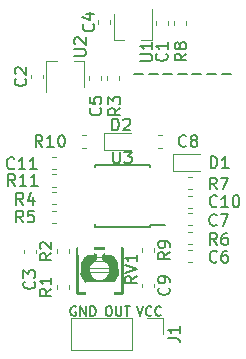
<source format=gto>
G04 #@! TF.GenerationSoftware,KiCad,Pcbnew,(5.1.2)-1*
G04 #@! TF.CreationDate,2020-07-25T21:03:26+09:00*
G04 #@! TF.ProjectId,cs,63732e6b-6963-4616-945f-706362585858,v1.1*
G04 #@! TF.SameCoordinates,Original*
G04 #@! TF.FileFunction,Legend,Top*
G04 #@! TF.FilePolarity,Positive*
%FSLAX46Y46*%
G04 Gerber Fmt 4.6, Leading zero omitted, Abs format (unit mm)*
G04 Created by KiCad (PCBNEW (5.1.2)-1) date 2020-07-25 21:03:26*
%MOMM*%
%LPD*%
G04 APERTURE LIST*
%ADD10C,0.150000*%
%ADD11C,0.066040*%
%ADD12C,0.254000*%
%ADD13C,0.812800*%
%ADD14C,0.120000*%
%ADD15C,2.302000*%
%ADD16R,1.399940X1.501540*%
%ADD17R,2.400700X1.600600*%
%ADD18C,0.100000*%
%ADD19C,0.977000*%
%ADD20R,1.552000X0.552000*%
%ADD21R,0.802000X1.102000*%
%ADD22O,1.802000X1.802000*%
%ADD23R,1.802000X1.802000*%
G04 APERTURE END LIST*
D10*
X140990476Y-136100000D02*
X140914285Y-136061904D01*
X140800000Y-136061904D01*
X140685714Y-136100000D01*
X140609523Y-136176190D01*
X140571428Y-136252380D01*
X140533333Y-136404761D01*
X140533333Y-136519047D01*
X140571428Y-136671428D01*
X140609523Y-136747619D01*
X140685714Y-136823809D01*
X140800000Y-136861904D01*
X140876190Y-136861904D01*
X140990476Y-136823809D01*
X141028571Y-136785714D01*
X141028571Y-136519047D01*
X140876190Y-136519047D01*
X141371428Y-136861904D02*
X141371428Y-136061904D01*
X141828571Y-136861904D01*
X141828571Y-136061904D01*
X142209523Y-136861904D02*
X142209523Y-136061904D01*
X142400000Y-136061904D01*
X142514285Y-136100000D01*
X142590476Y-136176190D01*
X142628571Y-136252380D01*
X142666666Y-136404761D01*
X142666666Y-136519047D01*
X142628571Y-136671428D01*
X142590476Y-136747619D01*
X142514285Y-136823809D01*
X142400000Y-136861904D01*
X142209523Y-136861904D01*
X143700000Y-136061904D02*
X143852380Y-136061904D01*
X143928571Y-136100000D01*
X144004761Y-136176190D01*
X144042857Y-136328571D01*
X144042857Y-136595238D01*
X144004761Y-136747619D01*
X143928571Y-136823809D01*
X143852380Y-136861904D01*
X143700000Y-136861904D01*
X143623809Y-136823809D01*
X143547619Y-136747619D01*
X143509523Y-136595238D01*
X143509523Y-136328571D01*
X143547619Y-136176190D01*
X143623809Y-136100000D01*
X143700000Y-136061904D01*
X144385714Y-136061904D02*
X144385714Y-136709523D01*
X144423809Y-136785714D01*
X144461904Y-136823809D01*
X144538095Y-136861904D01*
X144690476Y-136861904D01*
X144766666Y-136823809D01*
X144804761Y-136785714D01*
X144842857Y-136709523D01*
X144842857Y-136061904D01*
X145109523Y-136061904D02*
X145566666Y-136061904D01*
X145338095Y-136861904D02*
X145338095Y-136061904D01*
X146133333Y-136061904D02*
X146400000Y-136861904D01*
X146666666Y-136061904D01*
X147390476Y-136785714D02*
X147352380Y-136823809D01*
X147238095Y-136861904D01*
X147161904Y-136861904D01*
X147047619Y-136823809D01*
X146971428Y-136747619D01*
X146933333Y-136671428D01*
X146895238Y-136519047D01*
X146895238Y-136404761D01*
X146933333Y-136252380D01*
X146971428Y-136176190D01*
X147047619Y-136100000D01*
X147161904Y-136061904D01*
X147238095Y-136061904D01*
X147352380Y-136100000D01*
X147390476Y-136138095D01*
X148190476Y-136785714D02*
X148152380Y-136823809D01*
X148038095Y-136861904D01*
X147961904Y-136861904D01*
X147847619Y-136823809D01*
X147771428Y-136747619D01*
X147733333Y-136671428D01*
X147695238Y-136519047D01*
X147695238Y-136404761D01*
X147733333Y-136252380D01*
X147771428Y-136176190D01*
X147847619Y-136100000D01*
X147961904Y-136061904D01*
X148038095Y-136061904D01*
X148152380Y-136100000D01*
X148190476Y-136138095D01*
X145904761Y-116371428D02*
X146666666Y-116371428D01*
X147142857Y-116371428D02*
X147904761Y-116371428D01*
X148380952Y-116371428D02*
X149142857Y-116371428D01*
X149619047Y-116371428D02*
X150380952Y-116371428D01*
X150857142Y-116371428D02*
X151619047Y-116371428D01*
X152095238Y-116371428D02*
X152857142Y-116371428D01*
X153333333Y-116371428D02*
X154095238Y-116371428D01*
D11*
X143647700Y-131851920D02*
X142352300Y-131851920D01*
X142352300Y-131851920D02*
X142352300Y-132250700D01*
X143647700Y-132250700D02*
X142352300Y-132250700D01*
X143647700Y-131851920D02*
X143647700Y-132250700D01*
X144049020Y-132850140D02*
X141950980Y-132850140D01*
X141950980Y-132850140D02*
X141950980Y-133149860D01*
X144049020Y-133149860D02*
X141950980Y-133149860D01*
X144049020Y-132850140D02*
X144049020Y-133149860D01*
D12*
X144899920Y-134899920D02*
X144899920Y-131100080D01*
X144899920Y-131100080D02*
X141100080Y-131100080D01*
X141100080Y-131100080D02*
X141100080Y-134899920D01*
X141100080Y-134899920D02*
X144899920Y-134899920D01*
X144899920Y-131851920D02*
X144899920Y-134899920D01*
X144899920Y-134899920D02*
X144348740Y-134899920D01*
X141100080Y-131851920D02*
X141100080Y-134899920D01*
X141100080Y-134899920D02*
X141651260Y-134899920D01*
D13*
X142398331Y-131901398D02*
G75*
G03X143599440Y-131900180I601669J-1098602D01*
G01*
D14*
X136590000Y-131249221D02*
X136590000Y-131574779D01*
X137610000Y-131249221D02*
X137610000Y-131574779D01*
D10*
X147225000Y-129200000D02*
X148575000Y-129200000D01*
X147225000Y-124075000D02*
X142575000Y-124075000D01*
X147225000Y-129325000D02*
X142575000Y-129325000D01*
X147225000Y-124075000D02*
X147225000Y-124300000D01*
X142575000Y-124075000D02*
X142575000Y-124300000D01*
X142575000Y-129325000D02*
X142575000Y-129100000D01*
X147225000Y-129325000D02*
X147225000Y-129200000D01*
D14*
X141710000Y-117475000D02*
X141710000Y-115325000D01*
X138490000Y-117900000D02*
X138490000Y-115325000D01*
X140800000Y-115325000D02*
X141710000Y-115325000D01*
X138490000Y-115325000D02*
X139400000Y-115325000D01*
X144190000Y-111325000D02*
X144190000Y-113475000D01*
X147410000Y-110900000D02*
X147410000Y-113475000D01*
X145100000Y-113475000D02*
X144190000Y-113475000D01*
X147410000Y-113475000D02*
X146500000Y-113475000D01*
X138949221Y-125910000D02*
X139274779Y-125910000D01*
X138949221Y-124890000D02*
X139274779Y-124890000D01*
X141874779Y-121590000D02*
X141549221Y-121590000D01*
X141874779Y-122610000D02*
X141549221Y-122610000D01*
X146615000Y-131125221D02*
X146615000Y-131450779D01*
X147635000Y-131125221D02*
X147635000Y-131450779D01*
X149290000Y-111925221D02*
X149290000Y-112250779D01*
X150310000Y-111925221D02*
X150310000Y-112250779D01*
X150850779Y-125090000D02*
X150525221Y-125090000D01*
X150850779Y-126110000D02*
X150525221Y-126110000D01*
X150850779Y-129790000D02*
X150525221Y-129790000D01*
X150850779Y-130810000D02*
X150525221Y-130810000D01*
X139274779Y-127990000D02*
X138949221Y-127990000D01*
X139274779Y-129010000D02*
X138949221Y-129010000D01*
X138949221Y-127410000D02*
X139274779Y-127410000D01*
X138949221Y-126390000D02*
X139274779Y-126390000D01*
X143590000Y-116525221D02*
X143590000Y-116850779D01*
X144610000Y-116525221D02*
X144610000Y-116850779D01*
X140410000Y-131562779D02*
X140410000Y-131237221D01*
X139390000Y-131562779D02*
X139390000Y-131237221D01*
X140410000Y-134562779D02*
X140410000Y-134237221D01*
X139390000Y-134562779D02*
X139390000Y-134237221D01*
X148330000Y-137070000D02*
X148330000Y-138400000D01*
X147000000Y-137070000D02*
X148330000Y-137070000D01*
X145730000Y-137070000D02*
X145730000Y-139730000D01*
X145730000Y-139730000D02*
X140590000Y-139730000D01*
X145730000Y-137070000D02*
X140590000Y-137070000D01*
X140590000Y-137070000D02*
X140590000Y-139730000D01*
X143403000Y-122835000D02*
X145688000Y-122835000D01*
X143403000Y-121365000D02*
X143403000Y-122835000D01*
X145688000Y-121365000D02*
X143403000Y-121365000D01*
X149243000Y-124635000D02*
X151528000Y-124635000D01*
X149243000Y-123165000D02*
X149243000Y-124635000D01*
X151528000Y-123165000D02*
X149243000Y-123165000D01*
X138949221Y-124410000D02*
X139274779Y-124410000D01*
X138949221Y-123390000D02*
X139274779Y-123390000D01*
X150525221Y-127710000D02*
X150850779Y-127710000D01*
X150525221Y-126690000D02*
X150850779Y-126690000D01*
X147610000Y-134450779D02*
X147610000Y-134125221D01*
X146590000Y-134450779D02*
X146590000Y-134125221D01*
X147925221Y-122610000D02*
X148250779Y-122610000D01*
X147925221Y-121590000D02*
X148250779Y-121590000D01*
X150850779Y-128190000D02*
X150525221Y-128190000D01*
X150850779Y-129210000D02*
X150525221Y-129210000D01*
X150525221Y-132310000D02*
X150850779Y-132310000D01*
X150525221Y-131290000D02*
X150850779Y-131290000D01*
X142090000Y-116549221D02*
X142090000Y-116874779D01*
X143110000Y-116549221D02*
X143110000Y-116874779D01*
X143910000Y-112174779D02*
X143910000Y-111849221D01*
X142890000Y-112174779D02*
X142890000Y-111849221D01*
X138210000Y-116762779D02*
X138210000Y-116437221D01*
X137190000Y-116762779D02*
X137190000Y-116437221D01*
X147790000Y-111925221D02*
X147790000Y-112250779D01*
X148810000Y-111925221D02*
X148810000Y-112250779D01*
D10*
X146152380Y-133495238D02*
X145676190Y-133828571D01*
X146152380Y-134066666D02*
X145152380Y-134066666D01*
X145152380Y-133685714D01*
X145200000Y-133590476D01*
X145247619Y-133542857D01*
X145342857Y-133495238D01*
X145485714Y-133495238D01*
X145580952Y-133542857D01*
X145628571Y-133590476D01*
X145676190Y-133685714D01*
X145676190Y-134066666D01*
X145152380Y-133209523D02*
X146152380Y-132876190D01*
X145152380Y-132542857D01*
X146152380Y-131685714D02*
X146152380Y-132257142D01*
X146152380Y-131971428D02*
X145152380Y-131971428D01*
X145295238Y-132066666D01*
X145390476Y-132161904D01*
X145438095Y-132257142D01*
X137457142Y-133966166D02*
X137504761Y-134013785D01*
X137552380Y-134156642D01*
X137552380Y-134251880D01*
X137504761Y-134394738D01*
X137409523Y-134489976D01*
X137314285Y-134537595D01*
X137123809Y-134585214D01*
X136980952Y-134585214D01*
X136790476Y-134537595D01*
X136695238Y-134489976D01*
X136600000Y-134394738D01*
X136552380Y-134251880D01*
X136552380Y-134156642D01*
X136600000Y-134013785D01*
X136647619Y-133966166D01*
X136552380Y-133632833D02*
X136552380Y-133013785D01*
X136933333Y-133347119D01*
X136933333Y-133204261D01*
X136980952Y-133109023D01*
X137028571Y-133061404D01*
X137123809Y-133013785D01*
X137361904Y-133013785D01*
X137457142Y-133061404D01*
X137504761Y-133109023D01*
X137552380Y-133204261D01*
X137552380Y-133489976D01*
X137504761Y-133585214D01*
X137457142Y-133632833D01*
X144138095Y-122952380D02*
X144138095Y-123761904D01*
X144185714Y-123857142D01*
X144233333Y-123904761D01*
X144328571Y-123952380D01*
X144519047Y-123952380D01*
X144614285Y-123904761D01*
X144661904Y-123857142D01*
X144709523Y-123761904D01*
X144709523Y-122952380D01*
X145090476Y-122952380D02*
X145709523Y-122952380D01*
X145376190Y-123333333D01*
X145519047Y-123333333D01*
X145614285Y-123380952D01*
X145661904Y-123428571D01*
X145709523Y-123523809D01*
X145709523Y-123761904D01*
X145661904Y-123857142D01*
X145614285Y-123904761D01*
X145519047Y-123952380D01*
X145233333Y-123952380D01*
X145138095Y-123904761D01*
X145090476Y-123857142D01*
X140852380Y-114861904D02*
X141661904Y-114861904D01*
X141757142Y-114814285D01*
X141804761Y-114766666D01*
X141852380Y-114671428D01*
X141852380Y-114480952D01*
X141804761Y-114385714D01*
X141757142Y-114338095D01*
X141661904Y-114290476D01*
X140852380Y-114290476D01*
X140947619Y-113861904D02*
X140900000Y-113814285D01*
X140852380Y-113719047D01*
X140852380Y-113480952D01*
X140900000Y-113385714D01*
X140947619Y-113338095D01*
X141042857Y-113290476D01*
X141138095Y-113290476D01*
X141280952Y-113338095D01*
X141852380Y-113909523D01*
X141852380Y-113290476D01*
X146452380Y-115261904D02*
X147261904Y-115261904D01*
X147357142Y-115214285D01*
X147404761Y-115166666D01*
X147452380Y-115071428D01*
X147452380Y-114880952D01*
X147404761Y-114785714D01*
X147357142Y-114738095D01*
X147261904Y-114690476D01*
X146452380Y-114690476D01*
X147452380Y-113690476D02*
X147452380Y-114261904D01*
X147452380Y-113976190D02*
X146452380Y-113976190D01*
X146595238Y-114071428D01*
X146690476Y-114166666D01*
X146738095Y-114261904D01*
X135857142Y-125852380D02*
X135523809Y-125376190D01*
X135285714Y-125852380D02*
X135285714Y-124852380D01*
X135666666Y-124852380D01*
X135761904Y-124900000D01*
X135809523Y-124947619D01*
X135857142Y-125042857D01*
X135857142Y-125185714D01*
X135809523Y-125280952D01*
X135761904Y-125328571D01*
X135666666Y-125376190D01*
X135285714Y-125376190D01*
X136809523Y-125852380D02*
X136238095Y-125852380D01*
X136523809Y-125852380D02*
X136523809Y-124852380D01*
X136428571Y-124995238D01*
X136333333Y-125090476D01*
X136238095Y-125138095D01*
X137761904Y-125852380D02*
X137190476Y-125852380D01*
X137476190Y-125852380D02*
X137476190Y-124852380D01*
X137380952Y-124995238D01*
X137285714Y-125090476D01*
X137190476Y-125138095D01*
X138156642Y-122552380D02*
X137823309Y-122076190D01*
X137585214Y-122552380D02*
X137585214Y-121552380D01*
X137966166Y-121552380D01*
X138061404Y-121600000D01*
X138109023Y-121647619D01*
X138156642Y-121742857D01*
X138156642Y-121885714D01*
X138109023Y-121980952D01*
X138061404Y-122028571D01*
X137966166Y-122076190D01*
X137585214Y-122076190D01*
X139109023Y-122552380D02*
X138537595Y-122552380D01*
X138823309Y-122552380D02*
X138823309Y-121552380D01*
X138728071Y-121695238D01*
X138632833Y-121790476D01*
X138537595Y-121838095D01*
X139728071Y-121552380D02*
X139823309Y-121552380D01*
X139918547Y-121600000D01*
X139966166Y-121647619D01*
X140013785Y-121742857D01*
X140061404Y-121933333D01*
X140061404Y-122171428D01*
X140013785Y-122361904D01*
X139966166Y-122457142D01*
X139918547Y-122504761D01*
X139823309Y-122552380D01*
X139728071Y-122552380D01*
X139632833Y-122504761D01*
X139585214Y-122457142D01*
X139537595Y-122361904D01*
X139489976Y-122171428D01*
X139489976Y-121933333D01*
X139537595Y-121742857D01*
X139585214Y-121647619D01*
X139632833Y-121600000D01*
X139728071Y-121552380D01*
X148952380Y-131467166D02*
X148476190Y-131800500D01*
X148952380Y-132038595D02*
X147952380Y-132038595D01*
X147952380Y-131657642D01*
X148000000Y-131562404D01*
X148047619Y-131514785D01*
X148142857Y-131467166D01*
X148285714Y-131467166D01*
X148380952Y-131514785D01*
X148428571Y-131562404D01*
X148476190Y-131657642D01*
X148476190Y-132038595D01*
X148952380Y-130990976D02*
X148952380Y-130800500D01*
X148904761Y-130705261D01*
X148857142Y-130657642D01*
X148714285Y-130562404D01*
X148523809Y-130514785D01*
X148142857Y-130514785D01*
X148047619Y-130562404D01*
X148000000Y-130610023D01*
X147952380Y-130705261D01*
X147952380Y-130895738D01*
X148000000Y-130990976D01*
X148047619Y-131038595D01*
X148142857Y-131086214D01*
X148380952Y-131086214D01*
X148476190Y-131038595D01*
X148523809Y-130990976D01*
X148571428Y-130895738D01*
X148571428Y-130705261D01*
X148523809Y-130610023D01*
X148476190Y-130562404D01*
X148380952Y-130514785D01*
X150352380Y-114667166D02*
X149876190Y-115000500D01*
X150352380Y-115238595D02*
X149352380Y-115238595D01*
X149352380Y-114857642D01*
X149400000Y-114762404D01*
X149447619Y-114714785D01*
X149542857Y-114667166D01*
X149685714Y-114667166D01*
X149780952Y-114714785D01*
X149828571Y-114762404D01*
X149876190Y-114857642D01*
X149876190Y-115238595D01*
X149780952Y-114095738D02*
X149733333Y-114190976D01*
X149685714Y-114238595D01*
X149590476Y-114286214D01*
X149542857Y-114286214D01*
X149447619Y-114238595D01*
X149400000Y-114190976D01*
X149352380Y-114095738D01*
X149352380Y-113905261D01*
X149400000Y-113810023D01*
X149447619Y-113762404D01*
X149542857Y-113714785D01*
X149590476Y-113714785D01*
X149685714Y-113762404D01*
X149733333Y-113810023D01*
X149780952Y-113905261D01*
X149780952Y-114095738D01*
X149828571Y-114190976D01*
X149876190Y-114238595D01*
X149971428Y-114286214D01*
X150161904Y-114286214D01*
X150257142Y-114238595D01*
X150304761Y-114190976D01*
X150352380Y-114095738D01*
X150352380Y-113905261D01*
X150304761Y-113810023D01*
X150257142Y-113762404D01*
X150161904Y-113714785D01*
X149971428Y-113714785D01*
X149876190Y-113762404D01*
X149828571Y-113810023D01*
X149780952Y-113905261D01*
X152908833Y-126152380D02*
X152575500Y-125676190D01*
X152337404Y-126152380D02*
X152337404Y-125152380D01*
X152718357Y-125152380D01*
X152813595Y-125200000D01*
X152861214Y-125247619D01*
X152908833Y-125342857D01*
X152908833Y-125485714D01*
X152861214Y-125580952D01*
X152813595Y-125628571D01*
X152718357Y-125676190D01*
X152337404Y-125676190D01*
X153242166Y-125152380D02*
X153908833Y-125152380D01*
X153480261Y-126152380D01*
X152933833Y-130852380D02*
X152600500Y-130376190D01*
X152362404Y-130852380D02*
X152362404Y-129852380D01*
X152743357Y-129852380D01*
X152838595Y-129900000D01*
X152886214Y-129947619D01*
X152933833Y-130042857D01*
X152933833Y-130185714D01*
X152886214Y-130280952D01*
X152838595Y-130328571D01*
X152743357Y-130376190D01*
X152362404Y-130376190D01*
X153790976Y-129852380D02*
X153600500Y-129852380D01*
X153505261Y-129900000D01*
X153457642Y-129947619D01*
X153362404Y-130090476D01*
X153314785Y-130280952D01*
X153314785Y-130661904D01*
X153362404Y-130757142D01*
X153410023Y-130804761D01*
X153505261Y-130852380D01*
X153695738Y-130852380D01*
X153790976Y-130804761D01*
X153838595Y-130757142D01*
X153886214Y-130661904D01*
X153886214Y-130423809D01*
X153838595Y-130328571D01*
X153790976Y-130280952D01*
X153695738Y-130233333D01*
X153505261Y-130233333D01*
X153410023Y-130280952D01*
X153362404Y-130328571D01*
X153314785Y-130423809D01*
X136533333Y-128952380D02*
X136200000Y-128476190D01*
X135961904Y-128952380D02*
X135961904Y-127952380D01*
X136342857Y-127952380D01*
X136438095Y-128000000D01*
X136485714Y-128047619D01*
X136533333Y-128142857D01*
X136533333Y-128285714D01*
X136485714Y-128380952D01*
X136438095Y-128428571D01*
X136342857Y-128476190D01*
X135961904Y-128476190D01*
X137438095Y-127952380D02*
X136961904Y-127952380D01*
X136914285Y-128428571D01*
X136961904Y-128380952D01*
X137057142Y-128333333D01*
X137295238Y-128333333D01*
X137390476Y-128380952D01*
X137438095Y-128428571D01*
X137485714Y-128523809D01*
X137485714Y-128761904D01*
X137438095Y-128857142D01*
X137390476Y-128904761D01*
X137295238Y-128952380D01*
X137057142Y-128952380D01*
X136961904Y-128904761D01*
X136914285Y-128857142D01*
X136532833Y-127452380D02*
X136199500Y-126976190D01*
X135961404Y-127452380D02*
X135961404Y-126452380D01*
X136342357Y-126452380D01*
X136437595Y-126500000D01*
X136485214Y-126547619D01*
X136532833Y-126642857D01*
X136532833Y-126785714D01*
X136485214Y-126880952D01*
X136437595Y-126928571D01*
X136342357Y-126976190D01*
X135961404Y-126976190D01*
X137389976Y-126785714D02*
X137389976Y-127452380D01*
X137151880Y-126404761D02*
X136913785Y-127119047D01*
X137532833Y-127119047D01*
X144752380Y-119267166D02*
X144276190Y-119600500D01*
X144752380Y-119838595D02*
X143752380Y-119838595D01*
X143752380Y-119457642D01*
X143800000Y-119362404D01*
X143847619Y-119314785D01*
X143942857Y-119267166D01*
X144085714Y-119267166D01*
X144180952Y-119314785D01*
X144228571Y-119362404D01*
X144276190Y-119457642D01*
X144276190Y-119838595D01*
X143752380Y-118933833D02*
X143752380Y-118314785D01*
X144133333Y-118648119D01*
X144133333Y-118505261D01*
X144180952Y-118410023D01*
X144228571Y-118362404D01*
X144323809Y-118314785D01*
X144561904Y-118314785D01*
X144657142Y-118362404D01*
X144704761Y-118410023D01*
X144752380Y-118505261D01*
X144752380Y-118790976D01*
X144704761Y-118886214D01*
X144657142Y-118933833D01*
X138922380Y-131566666D02*
X138446190Y-131900000D01*
X138922380Y-132138095D02*
X137922380Y-132138095D01*
X137922380Y-131757142D01*
X137970000Y-131661904D01*
X138017619Y-131614285D01*
X138112857Y-131566666D01*
X138255714Y-131566666D01*
X138350952Y-131614285D01*
X138398571Y-131661904D01*
X138446190Y-131757142D01*
X138446190Y-132138095D01*
X138017619Y-131185714D02*
X137970000Y-131138095D01*
X137922380Y-131042857D01*
X137922380Y-130804761D01*
X137970000Y-130709523D01*
X138017619Y-130661904D01*
X138112857Y-130614285D01*
X138208095Y-130614285D01*
X138350952Y-130661904D01*
X138922380Y-131233333D01*
X138922380Y-130614285D01*
X138922380Y-134566666D02*
X138446190Y-134900000D01*
X138922380Y-135138095D02*
X137922380Y-135138095D01*
X137922380Y-134757142D01*
X137970000Y-134661904D01*
X138017619Y-134614285D01*
X138112857Y-134566666D01*
X138255714Y-134566666D01*
X138350952Y-134614285D01*
X138398571Y-134661904D01*
X138446190Y-134757142D01*
X138446190Y-135138095D01*
X138922380Y-133614285D02*
X138922380Y-134185714D01*
X138922380Y-133900000D02*
X137922380Y-133900000D01*
X138065238Y-133995238D01*
X138160476Y-134090476D01*
X138208095Y-134185714D01*
X148782380Y-138733333D02*
X149496666Y-138733333D01*
X149639523Y-138780952D01*
X149734761Y-138876190D01*
X149782380Y-139019047D01*
X149782380Y-139114285D01*
X149782380Y-137733333D02*
X149782380Y-138304761D01*
X149782380Y-138019047D02*
X148782380Y-138019047D01*
X148925238Y-138114285D01*
X149020476Y-138209523D01*
X149068095Y-138304761D01*
X144062404Y-121152380D02*
X144062404Y-120152380D01*
X144300500Y-120152380D01*
X144443357Y-120200000D01*
X144538595Y-120295238D01*
X144586214Y-120390476D01*
X144633833Y-120580952D01*
X144633833Y-120723809D01*
X144586214Y-120914285D01*
X144538595Y-121009523D01*
X144443357Y-121104761D01*
X144300500Y-121152380D01*
X144062404Y-121152380D01*
X145014785Y-120247619D02*
X145062404Y-120200000D01*
X145157642Y-120152380D01*
X145395738Y-120152380D01*
X145490976Y-120200000D01*
X145538595Y-120247619D01*
X145586214Y-120342857D01*
X145586214Y-120438095D01*
X145538595Y-120580952D01*
X144967166Y-121152380D01*
X145586214Y-121152380D01*
X152389904Y-124352380D02*
X152389904Y-123352380D01*
X152628000Y-123352380D01*
X152770857Y-123400000D01*
X152866095Y-123495238D01*
X152913714Y-123590476D01*
X152961333Y-123780952D01*
X152961333Y-123923809D01*
X152913714Y-124114285D01*
X152866095Y-124209523D01*
X152770857Y-124304761D01*
X152628000Y-124352380D01*
X152389904Y-124352380D01*
X153913714Y-124352380D02*
X153342285Y-124352380D01*
X153628000Y-124352380D02*
X153628000Y-123352380D01*
X153532761Y-123495238D01*
X153437523Y-123590476D01*
X153342285Y-123638095D01*
X135757142Y-124357142D02*
X135709523Y-124404761D01*
X135566666Y-124452380D01*
X135471428Y-124452380D01*
X135328571Y-124404761D01*
X135233333Y-124309523D01*
X135185714Y-124214285D01*
X135138095Y-124023809D01*
X135138095Y-123880952D01*
X135185714Y-123690476D01*
X135233333Y-123595238D01*
X135328571Y-123500000D01*
X135471428Y-123452380D01*
X135566666Y-123452380D01*
X135709523Y-123500000D01*
X135757142Y-123547619D01*
X136709523Y-124452380D02*
X136138095Y-124452380D01*
X136423809Y-124452380D02*
X136423809Y-123452380D01*
X136328571Y-123595238D01*
X136233333Y-123690476D01*
X136138095Y-123738095D01*
X137661904Y-124452380D02*
X137090476Y-124452380D01*
X137376190Y-124452380D02*
X137376190Y-123452380D01*
X137280952Y-123595238D01*
X137185714Y-123690476D01*
X137090476Y-123738095D01*
X152932642Y-127557142D02*
X152885023Y-127604761D01*
X152742166Y-127652380D01*
X152646928Y-127652380D01*
X152504071Y-127604761D01*
X152408833Y-127509523D01*
X152361214Y-127414285D01*
X152313595Y-127223809D01*
X152313595Y-127080952D01*
X152361214Y-126890476D01*
X152408833Y-126795238D01*
X152504071Y-126700000D01*
X152646928Y-126652380D01*
X152742166Y-126652380D01*
X152885023Y-126700000D01*
X152932642Y-126747619D01*
X153885023Y-127652380D02*
X153313595Y-127652380D01*
X153599309Y-127652380D02*
X153599309Y-126652380D01*
X153504071Y-126795238D01*
X153408833Y-126890476D01*
X153313595Y-126938095D01*
X154504071Y-126652380D02*
X154599309Y-126652380D01*
X154694547Y-126700000D01*
X154742166Y-126747619D01*
X154789785Y-126842857D01*
X154837404Y-127033333D01*
X154837404Y-127271428D01*
X154789785Y-127461904D01*
X154742166Y-127557142D01*
X154694547Y-127604761D01*
X154599309Y-127652380D01*
X154504071Y-127652380D01*
X154408833Y-127604761D01*
X154361214Y-127557142D01*
X154313595Y-127461904D01*
X154265976Y-127271428D01*
X154265976Y-127033333D01*
X154313595Y-126842857D01*
X154361214Y-126747619D01*
X154408833Y-126700000D01*
X154504071Y-126652380D01*
X148857142Y-134467166D02*
X148904761Y-134514785D01*
X148952380Y-134657642D01*
X148952380Y-134752880D01*
X148904761Y-134895738D01*
X148809523Y-134990976D01*
X148714285Y-135038595D01*
X148523809Y-135086214D01*
X148380952Y-135086214D01*
X148190476Y-135038595D01*
X148095238Y-134990976D01*
X148000000Y-134895738D01*
X147952380Y-134752880D01*
X147952380Y-134657642D01*
X148000000Y-134514785D01*
X148047619Y-134467166D01*
X148952380Y-133990976D02*
X148952380Y-133800500D01*
X148904761Y-133705261D01*
X148857142Y-133657642D01*
X148714285Y-133562404D01*
X148523809Y-133514785D01*
X148142857Y-133514785D01*
X148047619Y-133562404D01*
X148000000Y-133610023D01*
X147952380Y-133705261D01*
X147952380Y-133895738D01*
X148000000Y-133990976D01*
X148047619Y-134038595D01*
X148142857Y-134086214D01*
X148380952Y-134086214D01*
X148476190Y-134038595D01*
X148523809Y-133990976D01*
X148571428Y-133895738D01*
X148571428Y-133705261D01*
X148523809Y-133610023D01*
X148476190Y-133562404D01*
X148380952Y-133514785D01*
X150333833Y-122457142D02*
X150286214Y-122504761D01*
X150143357Y-122552380D01*
X150048119Y-122552380D01*
X149905261Y-122504761D01*
X149810023Y-122409523D01*
X149762404Y-122314285D01*
X149714785Y-122123809D01*
X149714785Y-121980952D01*
X149762404Y-121790476D01*
X149810023Y-121695238D01*
X149905261Y-121600000D01*
X150048119Y-121552380D01*
X150143357Y-121552380D01*
X150286214Y-121600000D01*
X150333833Y-121647619D01*
X150905261Y-121980952D02*
X150810023Y-121933333D01*
X150762404Y-121885714D01*
X150714785Y-121790476D01*
X150714785Y-121742857D01*
X150762404Y-121647619D01*
X150810023Y-121600000D01*
X150905261Y-121552380D01*
X151095738Y-121552380D01*
X151190976Y-121600000D01*
X151238595Y-121647619D01*
X151286214Y-121742857D01*
X151286214Y-121790476D01*
X151238595Y-121885714D01*
X151190976Y-121933333D01*
X151095738Y-121980952D01*
X150905261Y-121980952D01*
X150810023Y-122028571D01*
X150762404Y-122076190D01*
X150714785Y-122171428D01*
X150714785Y-122361904D01*
X150762404Y-122457142D01*
X150810023Y-122504761D01*
X150905261Y-122552380D01*
X151095738Y-122552380D01*
X151190976Y-122504761D01*
X151238595Y-122457142D01*
X151286214Y-122361904D01*
X151286214Y-122171428D01*
X151238595Y-122076190D01*
X151190976Y-122028571D01*
X151095738Y-121980952D01*
X152908833Y-129157142D02*
X152861214Y-129204761D01*
X152718357Y-129252380D01*
X152623119Y-129252380D01*
X152480261Y-129204761D01*
X152385023Y-129109523D01*
X152337404Y-129014285D01*
X152289785Y-128823809D01*
X152289785Y-128680952D01*
X152337404Y-128490476D01*
X152385023Y-128395238D01*
X152480261Y-128300000D01*
X152623119Y-128252380D01*
X152718357Y-128252380D01*
X152861214Y-128300000D01*
X152908833Y-128347619D01*
X153242166Y-128252380D02*
X153908833Y-128252380D01*
X153480261Y-129252380D01*
X152933833Y-132257142D02*
X152886214Y-132304761D01*
X152743357Y-132352380D01*
X152648119Y-132352380D01*
X152505261Y-132304761D01*
X152410023Y-132209523D01*
X152362404Y-132114285D01*
X152314785Y-131923809D01*
X152314785Y-131780952D01*
X152362404Y-131590476D01*
X152410023Y-131495238D01*
X152505261Y-131400000D01*
X152648119Y-131352380D01*
X152743357Y-131352380D01*
X152886214Y-131400000D01*
X152933833Y-131447619D01*
X153790976Y-131352380D02*
X153600500Y-131352380D01*
X153505261Y-131400000D01*
X153457642Y-131447619D01*
X153362404Y-131590476D01*
X153314785Y-131780952D01*
X153314785Y-132161904D01*
X153362404Y-132257142D01*
X153410023Y-132304761D01*
X153505261Y-132352380D01*
X153695738Y-132352380D01*
X153790976Y-132304761D01*
X153838595Y-132257142D01*
X153886214Y-132161904D01*
X153886214Y-131923809D01*
X153838595Y-131828571D01*
X153790976Y-131780952D01*
X153695738Y-131733333D01*
X153505261Y-131733333D01*
X153410023Y-131780952D01*
X153362404Y-131828571D01*
X153314785Y-131923809D01*
X143057142Y-119266666D02*
X143104761Y-119314285D01*
X143152380Y-119457142D01*
X143152380Y-119552380D01*
X143104761Y-119695238D01*
X143009523Y-119790476D01*
X142914285Y-119838095D01*
X142723809Y-119885714D01*
X142580952Y-119885714D01*
X142390476Y-119838095D01*
X142295238Y-119790476D01*
X142200000Y-119695238D01*
X142152380Y-119552380D01*
X142152380Y-119457142D01*
X142200000Y-119314285D01*
X142247619Y-119266666D01*
X142152380Y-118361904D02*
X142152380Y-118838095D01*
X142628571Y-118885714D01*
X142580952Y-118838095D01*
X142533333Y-118742857D01*
X142533333Y-118504761D01*
X142580952Y-118409523D01*
X142628571Y-118361904D01*
X142723809Y-118314285D01*
X142961904Y-118314285D01*
X143057142Y-118361904D01*
X143104761Y-118409523D01*
X143152380Y-118504761D01*
X143152380Y-118742857D01*
X143104761Y-118838095D01*
X143057142Y-118885714D01*
X142457142Y-112166666D02*
X142504761Y-112214285D01*
X142552380Y-112357142D01*
X142552380Y-112452380D01*
X142504761Y-112595238D01*
X142409523Y-112690476D01*
X142314285Y-112738095D01*
X142123809Y-112785714D01*
X141980952Y-112785714D01*
X141790476Y-112738095D01*
X141695238Y-112690476D01*
X141600000Y-112595238D01*
X141552380Y-112452380D01*
X141552380Y-112357142D01*
X141600000Y-112214285D01*
X141647619Y-112166666D01*
X141885714Y-111309523D02*
X142552380Y-111309523D01*
X141504761Y-111547619D02*
X142219047Y-111785714D01*
X142219047Y-111166666D01*
X136707142Y-116766666D02*
X136754761Y-116814285D01*
X136802380Y-116957142D01*
X136802380Y-117052380D01*
X136754761Y-117195238D01*
X136659523Y-117290476D01*
X136564285Y-117338095D01*
X136373809Y-117385714D01*
X136230952Y-117385714D01*
X136040476Y-117338095D01*
X135945238Y-117290476D01*
X135850000Y-117195238D01*
X135802380Y-117052380D01*
X135802380Y-116957142D01*
X135850000Y-116814285D01*
X135897619Y-116766666D01*
X135897619Y-116385714D02*
X135850000Y-116338095D01*
X135802380Y-116242857D01*
X135802380Y-116004761D01*
X135850000Y-115909523D01*
X135897619Y-115861904D01*
X135992857Y-115814285D01*
X136088095Y-115814285D01*
X136230952Y-115861904D01*
X136802380Y-116433333D01*
X136802380Y-115814285D01*
X148657142Y-114667166D02*
X148704761Y-114714785D01*
X148752380Y-114857642D01*
X148752380Y-114952880D01*
X148704761Y-115095738D01*
X148609523Y-115190976D01*
X148514285Y-115238595D01*
X148323809Y-115286214D01*
X148180952Y-115286214D01*
X147990476Y-115238595D01*
X147895238Y-115190976D01*
X147800000Y-115095738D01*
X147752380Y-114952880D01*
X147752380Y-114857642D01*
X147800000Y-114714785D01*
X147847619Y-114667166D01*
X148752380Y-113714785D02*
X148752380Y-114286214D01*
X148752380Y-114000500D02*
X147752380Y-114000500D01*
X147895238Y-114095738D01*
X147990476Y-114190976D01*
X148038095Y-114286214D01*
%LPC*%
D15*
X137000000Y-120000000D03*
X153000000Y-138000000D03*
X137000000Y-138000000D03*
D16*
X144148080Y-130950220D03*
D17*
X143000000Y-134798320D03*
D16*
X141851920Y-130950220D03*
D18*
G36*
X137405691Y-131712176D02*
G01*
X137429401Y-131715693D01*
X137452652Y-131721517D01*
X137475220Y-131729592D01*
X137496889Y-131739841D01*
X137517448Y-131752164D01*
X137536701Y-131766442D01*
X137554461Y-131782539D01*
X137570558Y-131800299D01*
X137584836Y-131819552D01*
X137597159Y-131840111D01*
X137607408Y-131861780D01*
X137615483Y-131884348D01*
X137621307Y-131907599D01*
X137624824Y-131931309D01*
X137626000Y-131955250D01*
X137626000Y-132443750D01*
X137624824Y-132467691D01*
X137621307Y-132491401D01*
X137615483Y-132514652D01*
X137607408Y-132537220D01*
X137597159Y-132558889D01*
X137584836Y-132579448D01*
X137570558Y-132598701D01*
X137554461Y-132616461D01*
X137536701Y-132632558D01*
X137517448Y-132646836D01*
X137496889Y-132659159D01*
X137475220Y-132669408D01*
X137452652Y-132677483D01*
X137429401Y-132683307D01*
X137405691Y-132686824D01*
X137381750Y-132688000D01*
X136818250Y-132688000D01*
X136794309Y-132686824D01*
X136770599Y-132683307D01*
X136747348Y-132677483D01*
X136724780Y-132669408D01*
X136703111Y-132659159D01*
X136682552Y-132646836D01*
X136663299Y-132632558D01*
X136645539Y-132616461D01*
X136629442Y-132598701D01*
X136615164Y-132579448D01*
X136602841Y-132558889D01*
X136592592Y-132537220D01*
X136584517Y-132514652D01*
X136578693Y-132491401D01*
X136575176Y-132467691D01*
X136574000Y-132443750D01*
X136574000Y-131955250D01*
X136575176Y-131931309D01*
X136578693Y-131907599D01*
X136584517Y-131884348D01*
X136592592Y-131861780D01*
X136602841Y-131840111D01*
X136615164Y-131819552D01*
X136629442Y-131800299D01*
X136645539Y-131782539D01*
X136663299Y-131766442D01*
X136682552Y-131752164D01*
X136703111Y-131739841D01*
X136724780Y-131729592D01*
X136747348Y-131721517D01*
X136770599Y-131715693D01*
X136794309Y-131712176D01*
X136818250Y-131711000D01*
X137381750Y-131711000D01*
X137405691Y-131712176D01*
X137405691Y-131712176D01*
G37*
D19*
X137100000Y-132199500D03*
D18*
G36*
X137405691Y-130137176D02*
G01*
X137429401Y-130140693D01*
X137452652Y-130146517D01*
X137475220Y-130154592D01*
X137496889Y-130164841D01*
X137517448Y-130177164D01*
X137536701Y-130191442D01*
X137554461Y-130207539D01*
X137570558Y-130225299D01*
X137584836Y-130244552D01*
X137597159Y-130265111D01*
X137607408Y-130286780D01*
X137615483Y-130309348D01*
X137621307Y-130332599D01*
X137624824Y-130356309D01*
X137626000Y-130380250D01*
X137626000Y-130868750D01*
X137624824Y-130892691D01*
X137621307Y-130916401D01*
X137615483Y-130939652D01*
X137607408Y-130962220D01*
X137597159Y-130983889D01*
X137584836Y-131004448D01*
X137570558Y-131023701D01*
X137554461Y-131041461D01*
X137536701Y-131057558D01*
X137517448Y-131071836D01*
X137496889Y-131084159D01*
X137475220Y-131094408D01*
X137452652Y-131102483D01*
X137429401Y-131108307D01*
X137405691Y-131111824D01*
X137381750Y-131113000D01*
X136818250Y-131113000D01*
X136794309Y-131111824D01*
X136770599Y-131108307D01*
X136747348Y-131102483D01*
X136724780Y-131094408D01*
X136703111Y-131084159D01*
X136682552Y-131071836D01*
X136663299Y-131057558D01*
X136645539Y-131041461D01*
X136629442Y-131023701D01*
X136615164Y-131004448D01*
X136602841Y-130983889D01*
X136592592Y-130962220D01*
X136584517Y-130939652D01*
X136578693Y-130916401D01*
X136575176Y-130892691D01*
X136574000Y-130868750D01*
X136574000Y-130380250D01*
X136575176Y-130356309D01*
X136578693Y-130332599D01*
X136584517Y-130309348D01*
X136592592Y-130286780D01*
X136602841Y-130265111D01*
X136615164Y-130244552D01*
X136629442Y-130225299D01*
X136645539Y-130207539D01*
X136663299Y-130191442D01*
X136682552Y-130177164D01*
X136703111Y-130164841D01*
X136724780Y-130154592D01*
X136747348Y-130146517D01*
X136770599Y-130140693D01*
X136794309Y-130137176D01*
X136818250Y-130136000D01*
X137381750Y-130136000D01*
X137405691Y-130137176D01*
X137405691Y-130137176D01*
G37*
D19*
X137100000Y-130624500D03*
D15*
X153000000Y-120000000D03*
X137000000Y-120000000D03*
X137000000Y-112000000D03*
X153000000Y-112000000D03*
D20*
X141950000Y-128650000D03*
X141950000Y-128000000D03*
X141950000Y-127350000D03*
X141950000Y-126700000D03*
X141950000Y-126050000D03*
X141950000Y-125400000D03*
X141950000Y-124750000D03*
X147850000Y-124750000D03*
X147850000Y-125400000D03*
X147850000Y-126050000D03*
X147850000Y-126700000D03*
X147850000Y-127350000D03*
X147850000Y-128000000D03*
X147850000Y-128650000D03*
D21*
X140100000Y-115200000D03*
X141050000Y-117600000D03*
X139150000Y-117600000D03*
X145800000Y-113600000D03*
X144850000Y-111200000D03*
X146750000Y-111200000D03*
D18*
G36*
X140167691Y-124875176D02*
G01*
X140191401Y-124878693D01*
X140214652Y-124884517D01*
X140237220Y-124892592D01*
X140258889Y-124902841D01*
X140279448Y-124915164D01*
X140298701Y-124929442D01*
X140316461Y-124945539D01*
X140332558Y-124963299D01*
X140346836Y-124982552D01*
X140359159Y-125003111D01*
X140369408Y-125024780D01*
X140377483Y-125047348D01*
X140383307Y-125070599D01*
X140386824Y-125094309D01*
X140388000Y-125118250D01*
X140388000Y-125681750D01*
X140386824Y-125705691D01*
X140383307Y-125729401D01*
X140377483Y-125752652D01*
X140369408Y-125775220D01*
X140359159Y-125796889D01*
X140346836Y-125817448D01*
X140332558Y-125836701D01*
X140316461Y-125854461D01*
X140298701Y-125870558D01*
X140279448Y-125884836D01*
X140258889Y-125897159D01*
X140237220Y-125907408D01*
X140214652Y-125915483D01*
X140191401Y-125921307D01*
X140167691Y-125924824D01*
X140143750Y-125926000D01*
X139655250Y-125926000D01*
X139631309Y-125924824D01*
X139607599Y-125921307D01*
X139584348Y-125915483D01*
X139561780Y-125907408D01*
X139540111Y-125897159D01*
X139519552Y-125884836D01*
X139500299Y-125870558D01*
X139482539Y-125854461D01*
X139466442Y-125836701D01*
X139452164Y-125817448D01*
X139439841Y-125796889D01*
X139429592Y-125775220D01*
X139421517Y-125752652D01*
X139415693Y-125729401D01*
X139412176Y-125705691D01*
X139411000Y-125681750D01*
X139411000Y-125118250D01*
X139412176Y-125094309D01*
X139415693Y-125070599D01*
X139421517Y-125047348D01*
X139429592Y-125024780D01*
X139439841Y-125003111D01*
X139452164Y-124982552D01*
X139466442Y-124963299D01*
X139482539Y-124945539D01*
X139500299Y-124929442D01*
X139519552Y-124915164D01*
X139540111Y-124902841D01*
X139561780Y-124892592D01*
X139584348Y-124884517D01*
X139607599Y-124878693D01*
X139631309Y-124875176D01*
X139655250Y-124874000D01*
X140143750Y-124874000D01*
X140167691Y-124875176D01*
X140167691Y-124875176D01*
G37*
D19*
X139899500Y-125400000D03*
D18*
G36*
X138592691Y-124875176D02*
G01*
X138616401Y-124878693D01*
X138639652Y-124884517D01*
X138662220Y-124892592D01*
X138683889Y-124902841D01*
X138704448Y-124915164D01*
X138723701Y-124929442D01*
X138741461Y-124945539D01*
X138757558Y-124963299D01*
X138771836Y-124982552D01*
X138784159Y-125003111D01*
X138794408Y-125024780D01*
X138802483Y-125047348D01*
X138808307Y-125070599D01*
X138811824Y-125094309D01*
X138813000Y-125118250D01*
X138813000Y-125681750D01*
X138811824Y-125705691D01*
X138808307Y-125729401D01*
X138802483Y-125752652D01*
X138794408Y-125775220D01*
X138784159Y-125796889D01*
X138771836Y-125817448D01*
X138757558Y-125836701D01*
X138741461Y-125854461D01*
X138723701Y-125870558D01*
X138704448Y-125884836D01*
X138683889Y-125897159D01*
X138662220Y-125907408D01*
X138639652Y-125915483D01*
X138616401Y-125921307D01*
X138592691Y-125924824D01*
X138568750Y-125926000D01*
X138080250Y-125926000D01*
X138056309Y-125924824D01*
X138032599Y-125921307D01*
X138009348Y-125915483D01*
X137986780Y-125907408D01*
X137965111Y-125897159D01*
X137944552Y-125884836D01*
X137925299Y-125870558D01*
X137907539Y-125854461D01*
X137891442Y-125836701D01*
X137877164Y-125817448D01*
X137864841Y-125796889D01*
X137854592Y-125775220D01*
X137846517Y-125752652D01*
X137840693Y-125729401D01*
X137837176Y-125705691D01*
X137836000Y-125681750D01*
X137836000Y-125118250D01*
X137837176Y-125094309D01*
X137840693Y-125070599D01*
X137846517Y-125047348D01*
X137854592Y-125024780D01*
X137864841Y-125003111D01*
X137877164Y-124982552D01*
X137891442Y-124963299D01*
X137907539Y-124945539D01*
X137925299Y-124929442D01*
X137944552Y-124915164D01*
X137965111Y-124902841D01*
X137986780Y-124892592D01*
X138009348Y-124884517D01*
X138032599Y-124878693D01*
X138056309Y-124875176D01*
X138080250Y-124874000D01*
X138568750Y-124874000D01*
X138592691Y-124875176D01*
X138592691Y-124875176D01*
G37*
D19*
X138324500Y-125400000D03*
D18*
G36*
X141192691Y-121575176D02*
G01*
X141216401Y-121578693D01*
X141239652Y-121584517D01*
X141262220Y-121592592D01*
X141283889Y-121602841D01*
X141304448Y-121615164D01*
X141323701Y-121629442D01*
X141341461Y-121645539D01*
X141357558Y-121663299D01*
X141371836Y-121682552D01*
X141384159Y-121703111D01*
X141394408Y-121724780D01*
X141402483Y-121747348D01*
X141408307Y-121770599D01*
X141411824Y-121794309D01*
X141413000Y-121818250D01*
X141413000Y-122381750D01*
X141411824Y-122405691D01*
X141408307Y-122429401D01*
X141402483Y-122452652D01*
X141394408Y-122475220D01*
X141384159Y-122496889D01*
X141371836Y-122517448D01*
X141357558Y-122536701D01*
X141341461Y-122554461D01*
X141323701Y-122570558D01*
X141304448Y-122584836D01*
X141283889Y-122597159D01*
X141262220Y-122607408D01*
X141239652Y-122615483D01*
X141216401Y-122621307D01*
X141192691Y-122624824D01*
X141168750Y-122626000D01*
X140680250Y-122626000D01*
X140656309Y-122624824D01*
X140632599Y-122621307D01*
X140609348Y-122615483D01*
X140586780Y-122607408D01*
X140565111Y-122597159D01*
X140544552Y-122584836D01*
X140525299Y-122570558D01*
X140507539Y-122554461D01*
X140491442Y-122536701D01*
X140477164Y-122517448D01*
X140464841Y-122496889D01*
X140454592Y-122475220D01*
X140446517Y-122452652D01*
X140440693Y-122429401D01*
X140437176Y-122405691D01*
X140436000Y-122381750D01*
X140436000Y-121818250D01*
X140437176Y-121794309D01*
X140440693Y-121770599D01*
X140446517Y-121747348D01*
X140454592Y-121724780D01*
X140464841Y-121703111D01*
X140477164Y-121682552D01*
X140491442Y-121663299D01*
X140507539Y-121645539D01*
X140525299Y-121629442D01*
X140544552Y-121615164D01*
X140565111Y-121602841D01*
X140586780Y-121592592D01*
X140609348Y-121584517D01*
X140632599Y-121578693D01*
X140656309Y-121575176D01*
X140680250Y-121574000D01*
X141168750Y-121574000D01*
X141192691Y-121575176D01*
X141192691Y-121575176D01*
G37*
D19*
X140924500Y-122100000D03*
D18*
G36*
X142767691Y-121575176D02*
G01*
X142791401Y-121578693D01*
X142814652Y-121584517D01*
X142837220Y-121592592D01*
X142858889Y-121602841D01*
X142879448Y-121615164D01*
X142898701Y-121629442D01*
X142916461Y-121645539D01*
X142932558Y-121663299D01*
X142946836Y-121682552D01*
X142959159Y-121703111D01*
X142969408Y-121724780D01*
X142977483Y-121747348D01*
X142983307Y-121770599D01*
X142986824Y-121794309D01*
X142988000Y-121818250D01*
X142988000Y-122381750D01*
X142986824Y-122405691D01*
X142983307Y-122429401D01*
X142977483Y-122452652D01*
X142969408Y-122475220D01*
X142959159Y-122496889D01*
X142946836Y-122517448D01*
X142932558Y-122536701D01*
X142916461Y-122554461D01*
X142898701Y-122570558D01*
X142879448Y-122584836D01*
X142858889Y-122597159D01*
X142837220Y-122607408D01*
X142814652Y-122615483D01*
X142791401Y-122621307D01*
X142767691Y-122624824D01*
X142743750Y-122626000D01*
X142255250Y-122626000D01*
X142231309Y-122624824D01*
X142207599Y-122621307D01*
X142184348Y-122615483D01*
X142161780Y-122607408D01*
X142140111Y-122597159D01*
X142119552Y-122584836D01*
X142100299Y-122570558D01*
X142082539Y-122554461D01*
X142066442Y-122536701D01*
X142052164Y-122517448D01*
X142039841Y-122496889D01*
X142029592Y-122475220D01*
X142021517Y-122452652D01*
X142015693Y-122429401D01*
X142012176Y-122405691D01*
X142011000Y-122381750D01*
X142011000Y-121818250D01*
X142012176Y-121794309D01*
X142015693Y-121770599D01*
X142021517Y-121747348D01*
X142029592Y-121724780D01*
X142039841Y-121703111D01*
X142052164Y-121682552D01*
X142066442Y-121663299D01*
X142082539Y-121645539D01*
X142100299Y-121629442D01*
X142119552Y-121615164D01*
X142140111Y-121602841D01*
X142161780Y-121592592D01*
X142184348Y-121584517D01*
X142207599Y-121578693D01*
X142231309Y-121575176D01*
X142255250Y-121574000D01*
X142743750Y-121574000D01*
X142767691Y-121575176D01*
X142767691Y-121575176D01*
G37*
D19*
X142499500Y-122100000D03*
D18*
G36*
X147430691Y-131588176D02*
G01*
X147454401Y-131591693D01*
X147477652Y-131597517D01*
X147500220Y-131605592D01*
X147521889Y-131615841D01*
X147542448Y-131628164D01*
X147561701Y-131642442D01*
X147579461Y-131658539D01*
X147595558Y-131676299D01*
X147609836Y-131695552D01*
X147622159Y-131716111D01*
X147632408Y-131737780D01*
X147640483Y-131760348D01*
X147646307Y-131783599D01*
X147649824Y-131807309D01*
X147651000Y-131831250D01*
X147651000Y-132319750D01*
X147649824Y-132343691D01*
X147646307Y-132367401D01*
X147640483Y-132390652D01*
X147632408Y-132413220D01*
X147622159Y-132434889D01*
X147609836Y-132455448D01*
X147595558Y-132474701D01*
X147579461Y-132492461D01*
X147561701Y-132508558D01*
X147542448Y-132522836D01*
X147521889Y-132535159D01*
X147500220Y-132545408D01*
X147477652Y-132553483D01*
X147454401Y-132559307D01*
X147430691Y-132562824D01*
X147406750Y-132564000D01*
X146843250Y-132564000D01*
X146819309Y-132562824D01*
X146795599Y-132559307D01*
X146772348Y-132553483D01*
X146749780Y-132545408D01*
X146728111Y-132535159D01*
X146707552Y-132522836D01*
X146688299Y-132508558D01*
X146670539Y-132492461D01*
X146654442Y-132474701D01*
X146640164Y-132455448D01*
X146627841Y-132434889D01*
X146617592Y-132413220D01*
X146609517Y-132390652D01*
X146603693Y-132367401D01*
X146600176Y-132343691D01*
X146599000Y-132319750D01*
X146599000Y-131831250D01*
X146600176Y-131807309D01*
X146603693Y-131783599D01*
X146609517Y-131760348D01*
X146617592Y-131737780D01*
X146627841Y-131716111D01*
X146640164Y-131695552D01*
X146654442Y-131676299D01*
X146670539Y-131658539D01*
X146688299Y-131642442D01*
X146707552Y-131628164D01*
X146728111Y-131615841D01*
X146749780Y-131605592D01*
X146772348Y-131597517D01*
X146795599Y-131591693D01*
X146819309Y-131588176D01*
X146843250Y-131587000D01*
X147406750Y-131587000D01*
X147430691Y-131588176D01*
X147430691Y-131588176D01*
G37*
D19*
X147125000Y-132075500D03*
D18*
G36*
X147430691Y-130013176D02*
G01*
X147454401Y-130016693D01*
X147477652Y-130022517D01*
X147500220Y-130030592D01*
X147521889Y-130040841D01*
X147542448Y-130053164D01*
X147561701Y-130067442D01*
X147579461Y-130083539D01*
X147595558Y-130101299D01*
X147609836Y-130120552D01*
X147622159Y-130141111D01*
X147632408Y-130162780D01*
X147640483Y-130185348D01*
X147646307Y-130208599D01*
X147649824Y-130232309D01*
X147651000Y-130256250D01*
X147651000Y-130744750D01*
X147649824Y-130768691D01*
X147646307Y-130792401D01*
X147640483Y-130815652D01*
X147632408Y-130838220D01*
X147622159Y-130859889D01*
X147609836Y-130880448D01*
X147595558Y-130899701D01*
X147579461Y-130917461D01*
X147561701Y-130933558D01*
X147542448Y-130947836D01*
X147521889Y-130960159D01*
X147500220Y-130970408D01*
X147477652Y-130978483D01*
X147454401Y-130984307D01*
X147430691Y-130987824D01*
X147406750Y-130989000D01*
X146843250Y-130989000D01*
X146819309Y-130987824D01*
X146795599Y-130984307D01*
X146772348Y-130978483D01*
X146749780Y-130970408D01*
X146728111Y-130960159D01*
X146707552Y-130947836D01*
X146688299Y-130933558D01*
X146670539Y-130917461D01*
X146654442Y-130899701D01*
X146640164Y-130880448D01*
X146627841Y-130859889D01*
X146617592Y-130838220D01*
X146609517Y-130815652D01*
X146603693Y-130792401D01*
X146600176Y-130768691D01*
X146599000Y-130744750D01*
X146599000Y-130256250D01*
X146600176Y-130232309D01*
X146603693Y-130208599D01*
X146609517Y-130185348D01*
X146617592Y-130162780D01*
X146627841Y-130141111D01*
X146640164Y-130120552D01*
X146654442Y-130101299D01*
X146670539Y-130083539D01*
X146688299Y-130067442D01*
X146707552Y-130053164D01*
X146728111Y-130040841D01*
X146749780Y-130030592D01*
X146772348Y-130022517D01*
X146795599Y-130016693D01*
X146819309Y-130013176D01*
X146843250Y-130012000D01*
X147406750Y-130012000D01*
X147430691Y-130013176D01*
X147430691Y-130013176D01*
G37*
D19*
X147125000Y-130500500D03*
D18*
G36*
X150105691Y-112388176D02*
G01*
X150129401Y-112391693D01*
X150152652Y-112397517D01*
X150175220Y-112405592D01*
X150196889Y-112415841D01*
X150217448Y-112428164D01*
X150236701Y-112442442D01*
X150254461Y-112458539D01*
X150270558Y-112476299D01*
X150284836Y-112495552D01*
X150297159Y-112516111D01*
X150307408Y-112537780D01*
X150315483Y-112560348D01*
X150321307Y-112583599D01*
X150324824Y-112607309D01*
X150326000Y-112631250D01*
X150326000Y-113119750D01*
X150324824Y-113143691D01*
X150321307Y-113167401D01*
X150315483Y-113190652D01*
X150307408Y-113213220D01*
X150297159Y-113234889D01*
X150284836Y-113255448D01*
X150270558Y-113274701D01*
X150254461Y-113292461D01*
X150236701Y-113308558D01*
X150217448Y-113322836D01*
X150196889Y-113335159D01*
X150175220Y-113345408D01*
X150152652Y-113353483D01*
X150129401Y-113359307D01*
X150105691Y-113362824D01*
X150081750Y-113364000D01*
X149518250Y-113364000D01*
X149494309Y-113362824D01*
X149470599Y-113359307D01*
X149447348Y-113353483D01*
X149424780Y-113345408D01*
X149403111Y-113335159D01*
X149382552Y-113322836D01*
X149363299Y-113308558D01*
X149345539Y-113292461D01*
X149329442Y-113274701D01*
X149315164Y-113255448D01*
X149302841Y-113234889D01*
X149292592Y-113213220D01*
X149284517Y-113190652D01*
X149278693Y-113167401D01*
X149275176Y-113143691D01*
X149274000Y-113119750D01*
X149274000Y-112631250D01*
X149275176Y-112607309D01*
X149278693Y-112583599D01*
X149284517Y-112560348D01*
X149292592Y-112537780D01*
X149302841Y-112516111D01*
X149315164Y-112495552D01*
X149329442Y-112476299D01*
X149345539Y-112458539D01*
X149363299Y-112442442D01*
X149382552Y-112428164D01*
X149403111Y-112415841D01*
X149424780Y-112405592D01*
X149447348Y-112397517D01*
X149470599Y-112391693D01*
X149494309Y-112388176D01*
X149518250Y-112387000D01*
X150081750Y-112387000D01*
X150105691Y-112388176D01*
X150105691Y-112388176D01*
G37*
D19*
X149800000Y-112875500D03*
D18*
G36*
X150105691Y-110813176D02*
G01*
X150129401Y-110816693D01*
X150152652Y-110822517D01*
X150175220Y-110830592D01*
X150196889Y-110840841D01*
X150217448Y-110853164D01*
X150236701Y-110867442D01*
X150254461Y-110883539D01*
X150270558Y-110901299D01*
X150284836Y-110920552D01*
X150297159Y-110941111D01*
X150307408Y-110962780D01*
X150315483Y-110985348D01*
X150321307Y-111008599D01*
X150324824Y-111032309D01*
X150326000Y-111056250D01*
X150326000Y-111544750D01*
X150324824Y-111568691D01*
X150321307Y-111592401D01*
X150315483Y-111615652D01*
X150307408Y-111638220D01*
X150297159Y-111659889D01*
X150284836Y-111680448D01*
X150270558Y-111699701D01*
X150254461Y-111717461D01*
X150236701Y-111733558D01*
X150217448Y-111747836D01*
X150196889Y-111760159D01*
X150175220Y-111770408D01*
X150152652Y-111778483D01*
X150129401Y-111784307D01*
X150105691Y-111787824D01*
X150081750Y-111789000D01*
X149518250Y-111789000D01*
X149494309Y-111787824D01*
X149470599Y-111784307D01*
X149447348Y-111778483D01*
X149424780Y-111770408D01*
X149403111Y-111760159D01*
X149382552Y-111747836D01*
X149363299Y-111733558D01*
X149345539Y-111717461D01*
X149329442Y-111699701D01*
X149315164Y-111680448D01*
X149302841Y-111659889D01*
X149292592Y-111638220D01*
X149284517Y-111615652D01*
X149278693Y-111592401D01*
X149275176Y-111568691D01*
X149274000Y-111544750D01*
X149274000Y-111056250D01*
X149275176Y-111032309D01*
X149278693Y-111008599D01*
X149284517Y-110985348D01*
X149292592Y-110962780D01*
X149302841Y-110941111D01*
X149315164Y-110920552D01*
X149329442Y-110901299D01*
X149345539Y-110883539D01*
X149363299Y-110867442D01*
X149382552Y-110853164D01*
X149403111Y-110840841D01*
X149424780Y-110830592D01*
X149447348Y-110822517D01*
X149470599Y-110816693D01*
X149494309Y-110813176D01*
X149518250Y-110812000D01*
X150081750Y-110812000D01*
X150105691Y-110813176D01*
X150105691Y-110813176D01*
G37*
D19*
X149800000Y-111300500D03*
D18*
G36*
X150168691Y-125075176D02*
G01*
X150192401Y-125078693D01*
X150215652Y-125084517D01*
X150238220Y-125092592D01*
X150259889Y-125102841D01*
X150280448Y-125115164D01*
X150299701Y-125129442D01*
X150317461Y-125145539D01*
X150333558Y-125163299D01*
X150347836Y-125182552D01*
X150360159Y-125203111D01*
X150370408Y-125224780D01*
X150378483Y-125247348D01*
X150384307Y-125270599D01*
X150387824Y-125294309D01*
X150389000Y-125318250D01*
X150389000Y-125881750D01*
X150387824Y-125905691D01*
X150384307Y-125929401D01*
X150378483Y-125952652D01*
X150370408Y-125975220D01*
X150360159Y-125996889D01*
X150347836Y-126017448D01*
X150333558Y-126036701D01*
X150317461Y-126054461D01*
X150299701Y-126070558D01*
X150280448Y-126084836D01*
X150259889Y-126097159D01*
X150238220Y-126107408D01*
X150215652Y-126115483D01*
X150192401Y-126121307D01*
X150168691Y-126124824D01*
X150144750Y-126126000D01*
X149656250Y-126126000D01*
X149632309Y-126124824D01*
X149608599Y-126121307D01*
X149585348Y-126115483D01*
X149562780Y-126107408D01*
X149541111Y-126097159D01*
X149520552Y-126084836D01*
X149501299Y-126070558D01*
X149483539Y-126054461D01*
X149467442Y-126036701D01*
X149453164Y-126017448D01*
X149440841Y-125996889D01*
X149430592Y-125975220D01*
X149422517Y-125952652D01*
X149416693Y-125929401D01*
X149413176Y-125905691D01*
X149412000Y-125881750D01*
X149412000Y-125318250D01*
X149413176Y-125294309D01*
X149416693Y-125270599D01*
X149422517Y-125247348D01*
X149430592Y-125224780D01*
X149440841Y-125203111D01*
X149453164Y-125182552D01*
X149467442Y-125163299D01*
X149483539Y-125145539D01*
X149501299Y-125129442D01*
X149520552Y-125115164D01*
X149541111Y-125102841D01*
X149562780Y-125092592D01*
X149585348Y-125084517D01*
X149608599Y-125078693D01*
X149632309Y-125075176D01*
X149656250Y-125074000D01*
X150144750Y-125074000D01*
X150168691Y-125075176D01*
X150168691Y-125075176D01*
G37*
D19*
X149900500Y-125600000D03*
D18*
G36*
X151743691Y-125075176D02*
G01*
X151767401Y-125078693D01*
X151790652Y-125084517D01*
X151813220Y-125092592D01*
X151834889Y-125102841D01*
X151855448Y-125115164D01*
X151874701Y-125129442D01*
X151892461Y-125145539D01*
X151908558Y-125163299D01*
X151922836Y-125182552D01*
X151935159Y-125203111D01*
X151945408Y-125224780D01*
X151953483Y-125247348D01*
X151959307Y-125270599D01*
X151962824Y-125294309D01*
X151964000Y-125318250D01*
X151964000Y-125881750D01*
X151962824Y-125905691D01*
X151959307Y-125929401D01*
X151953483Y-125952652D01*
X151945408Y-125975220D01*
X151935159Y-125996889D01*
X151922836Y-126017448D01*
X151908558Y-126036701D01*
X151892461Y-126054461D01*
X151874701Y-126070558D01*
X151855448Y-126084836D01*
X151834889Y-126097159D01*
X151813220Y-126107408D01*
X151790652Y-126115483D01*
X151767401Y-126121307D01*
X151743691Y-126124824D01*
X151719750Y-126126000D01*
X151231250Y-126126000D01*
X151207309Y-126124824D01*
X151183599Y-126121307D01*
X151160348Y-126115483D01*
X151137780Y-126107408D01*
X151116111Y-126097159D01*
X151095552Y-126084836D01*
X151076299Y-126070558D01*
X151058539Y-126054461D01*
X151042442Y-126036701D01*
X151028164Y-126017448D01*
X151015841Y-125996889D01*
X151005592Y-125975220D01*
X150997517Y-125952652D01*
X150991693Y-125929401D01*
X150988176Y-125905691D01*
X150987000Y-125881750D01*
X150987000Y-125318250D01*
X150988176Y-125294309D01*
X150991693Y-125270599D01*
X150997517Y-125247348D01*
X151005592Y-125224780D01*
X151015841Y-125203111D01*
X151028164Y-125182552D01*
X151042442Y-125163299D01*
X151058539Y-125145539D01*
X151076299Y-125129442D01*
X151095552Y-125115164D01*
X151116111Y-125102841D01*
X151137780Y-125092592D01*
X151160348Y-125084517D01*
X151183599Y-125078693D01*
X151207309Y-125075176D01*
X151231250Y-125074000D01*
X151719750Y-125074000D01*
X151743691Y-125075176D01*
X151743691Y-125075176D01*
G37*
D19*
X151475500Y-125600000D03*
D18*
G36*
X150168691Y-129775176D02*
G01*
X150192401Y-129778693D01*
X150215652Y-129784517D01*
X150238220Y-129792592D01*
X150259889Y-129802841D01*
X150280448Y-129815164D01*
X150299701Y-129829442D01*
X150317461Y-129845539D01*
X150333558Y-129863299D01*
X150347836Y-129882552D01*
X150360159Y-129903111D01*
X150370408Y-129924780D01*
X150378483Y-129947348D01*
X150384307Y-129970599D01*
X150387824Y-129994309D01*
X150389000Y-130018250D01*
X150389000Y-130581750D01*
X150387824Y-130605691D01*
X150384307Y-130629401D01*
X150378483Y-130652652D01*
X150370408Y-130675220D01*
X150360159Y-130696889D01*
X150347836Y-130717448D01*
X150333558Y-130736701D01*
X150317461Y-130754461D01*
X150299701Y-130770558D01*
X150280448Y-130784836D01*
X150259889Y-130797159D01*
X150238220Y-130807408D01*
X150215652Y-130815483D01*
X150192401Y-130821307D01*
X150168691Y-130824824D01*
X150144750Y-130826000D01*
X149656250Y-130826000D01*
X149632309Y-130824824D01*
X149608599Y-130821307D01*
X149585348Y-130815483D01*
X149562780Y-130807408D01*
X149541111Y-130797159D01*
X149520552Y-130784836D01*
X149501299Y-130770558D01*
X149483539Y-130754461D01*
X149467442Y-130736701D01*
X149453164Y-130717448D01*
X149440841Y-130696889D01*
X149430592Y-130675220D01*
X149422517Y-130652652D01*
X149416693Y-130629401D01*
X149413176Y-130605691D01*
X149412000Y-130581750D01*
X149412000Y-130018250D01*
X149413176Y-129994309D01*
X149416693Y-129970599D01*
X149422517Y-129947348D01*
X149430592Y-129924780D01*
X149440841Y-129903111D01*
X149453164Y-129882552D01*
X149467442Y-129863299D01*
X149483539Y-129845539D01*
X149501299Y-129829442D01*
X149520552Y-129815164D01*
X149541111Y-129802841D01*
X149562780Y-129792592D01*
X149585348Y-129784517D01*
X149608599Y-129778693D01*
X149632309Y-129775176D01*
X149656250Y-129774000D01*
X150144750Y-129774000D01*
X150168691Y-129775176D01*
X150168691Y-129775176D01*
G37*
D19*
X149900500Y-130300000D03*
D18*
G36*
X151743691Y-129775176D02*
G01*
X151767401Y-129778693D01*
X151790652Y-129784517D01*
X151813220Y-129792592D01*
X151834889Y-129802841D01*
X151855448Y-129815164D01*
X151874701Y-129829442D01*
X151892461Y-129845539D01*
X151908558Y-129863299D01*
X151922836Y-129882552D01*
X151935159Y-129903111D01*
X151945408Y-129924780D01*
X151953483Y-129947348D01*
X151959307Y-129970599D01*
X151962824Y-129994309D01*
X151964000Y-130018250D01*
X151964000Y-130581750D01*
X151962824Y-130605691D01*
X151959307Y-130629401D01*
X151953483Y-130652652D01*
X151945408Y-130675220D01*
X151935159Y-130696889D01*
X151922836Y-130717448D01*
X151908558Y-130736701D01*
X151892461Y-130754461D01*
X151874701Y-130770558D01*
X151855448Y-130784836D01*
X151834889Y-130797159D01*
X151813220Y-130807408D01*
X151790652Y-130815483D01*
X151767401Y-130821307D01*
X151743691Y-130824824D01*
X151719750Y-130826000D01*
X151231250Y-130826000D01*
X151207309Y-130824824D01*
X151183599Y-130821307D01*
X151160348Y-130815483D01*
X151137780Y-130807408D01*
X151116111Y-130797159D01*
X151095552Y-130784836D01*
X151076299Y-130770558D01*
X151058539Y-130754461D01*
X151042442Y-130736701D01*
X151028164Y-130717448D01*
X151015841Y-130696889D01*
X151005592Y-130675220D01*
X150997517Y-130652652D01*
X150991693Y-130629401D01*
X150988176Y-130605691D01*
X150987000Y-130581750D01*
X150987000Y-130018250D01*
X150988176Y-129994309D01*
X150991693Y-129970599D01*
X150997517Y-129947348D01*
X151005592Y-129924780D01*
X151015841Y-129903111D01*
X151028164Y-129882552D01*
X151042442Y-129863299D01*
X151058539Y-129845539D01*
X151076299Y-129829442D01*
X151095552Y-129815164D01*
X151116111Y-129802841D01*
X151137780Y-129792592D01*
X151160348Y-129784517D01*
X151183599Y-129778693D01*
X151207309Y-129775176D01*
X151231250Y-129774000D01*
X151719750Y-129774000D01*
X151743691Y-129775176D01*
X151743691Y-129775176D01*
G37*
D19*
X151475500Y-130300000D03*
D18*
G36*
X138592691Y-127975176D02*
G01*
X138616401Y-127978693D01*
X138639652Y-127984517D01*
X138662220Y-127992592D01*
X138683889Y-128002841D01*
X138704448Y-128015164D01*
X138723701Y-128029442D01*
X138741461Y-128045539D01*
X138757558Y-128063299D01*
X138771836Y-128082552D01*
X138784159Y-128103111D01*
X138794408Y-128124780D01*
X138802483Y-128147348D01*
X138808307Y-128170599D01*
X138811824Y-128194309D01*
X138813000Y-128218250D01*
X138813000Y-128781750D01*
X138811824Y-128805691D01*
X138808307Y-128829401D01*
X138802483Y-128852652D01*
X138794408Y-128875220D01*
X138784159Y-128896889D01*
X138771836Y-128917448D01*
X138757558Y-128936701D01*
X138741461Y-128954461D01*
X138723701Y-128970558D01*
X138704448Y-128984836D01*
X138683889Y-128997159D01*
X138662220Y-129007408D01*
X138639652Y-129015483D01*
X138616401Y-129021307D01*
X138592691Y-129024824D01*
X138568750Y-129026000D01*
X138080250Y-129026000D01*
X138056309Y-129024824D01*
X138032599Y-129021307D01*
X138009348Y-129015483D01*
X137986780Y-129007408D01*
X137965111Y-128997159D01*
X137944552Y-128984836D01*
X137925299Y-128970558D01*
X137907539Y-128954461D01*
X137891442Y-128936701D01*
X137877164Y-128917448D01*
X137864841Y-128896889D01*
X137854592Y-128875220D01*
X137846517Y-128852652D01*
X137840693Y-128829401D01*
X137837176Y-128805691D01*
X137836000Y-128781750D01*
X137836000Y-128218250D01*
X137837176Y-128194309D01*
X137840693Y-128170599D01*
X137846517Y-128147348D01*
X137854592Y-128124780D01*
X137864841Y-128103111D01*
X137877164Y-128082552D01*
X137891442Y-128063299D01*
X137907539Y-128045539D01*
X137925299Y-128029442D01*
X137944552Y-128015164D01*
X137965111Y-128002841D01*
X137986780Y-127992592D01*
X138009348Y-127984517D01*
X138032599Y-127978693D01*
X138056309Y-127975176D01*
X138080250Y-127974000D01*
X138568750Y-127974000D01*
X138592691Y-127975176D01*
X138592691Y-127975176D01*
G37*
D19*
X138324500Y-128500000D03*
D18*
G36*
X140167691Y-127975176D02*
G01*
X140191401Y-127978693D01*
X140214652Y-127984517D01*
X140237220Y-127992592D01*
X140258889Y-128002841D01*
X140279448Y-128015164D01*
X140298701Y-128029442D01*
X140316461Y-128045539D01*
X140332558Y-128063299D01*
X140346836Y-128082552D01*
X140359159Y-128103111D01*
X140369408Y-128124780D01*
X140377483Y-128147348D01*
X140383307Y-128170599D01*
X140386824Y-128194309D01*
X140388000Y-128218250D01*
X140388000Y-128781750D01*
X140386824Y-128805691D01*
X140383307Y-128829401D01*
X140377483Y-128852652D01*
X140369408Y-128875220D01*
X140359159Y-128896889D01*
X140346836Y-128917448D01*
X140332558Y-128936701D01*
X140316461Y-128954461D01*
X140298701Y-128970558D01*
X140279448Y-128984836D01*
X140258889Y-128997159D01*
X140237220Y-129007408D01*
X140214652Y-129015483D01*
X140191401Y-129021307D01*
X140167691Y-129024824D01*
X140143750Y-129026000D01*
X139655250Y-129026000D01*
X139631309Y-129024824D01*
X139607599Y-129021307D01*
X139584348Y-129015483D01*
X139561780Y-129007408D01*
X139540111Y-128997159D01*
X139519552Y-128984836D01*
X139500299Y-128970558D01*
X139482539Y-128954461D01*
X139466442Y-128936701D01*
X139452164Y-128917448D01*
X139439841Y-128896889D01*
X139429592Y-128875220D01*
X139421517Y-128852652D01*
X139415693Y-128829401D01*
X139412176Y-128805691D01*
X139411000Y-128781750D01*
X139411000Y-128218250D01*
X139412176Y-128194309D01*
X139415693Y-128170599D01*
X139421517Y-128147348D01*
X139429592Y-128124780D01*
X139439841Y-128103111D01*
X139452164Y-128082552D01*
X139466442Y-128063299D01*
X139482539Y-128045539D01*
X139500299Y-128029442D01*
X139519552Y-128015164D01*
X139540111Y-128002841D01*
X139561780Y-127992592D01*
X139584348Y-127984517D01*
X139607599Y-127978693D01*
X139631309Y-127975176D01*
X139655250Y-127974000D01*
X140143750Y-127974000D01*
X140167691Y-127975176D01*
X140167691Y-127975176D01*
G37*
D19*
X139899500Y-128500000D03*
D18*
G36*
X140167691Y-126375176D02*
G01*
X140191401Y-126378693D01*
X140214652Y-126384517D01*
X140237220Y-126392592D01*
X140258889Y-126402841D01*
X140279448Y-126415164D01*
X140298701Y-126429442D01*
X140316461Y-126445539D01*
X140332558Y-126463299D01*
X140346836Y-126482552D01*
X140359159Y-126503111D01*
X140369408Y-126524780D01*
X140377483Y-126547348D01*
X140383307Y-126570599D01*
X140386824Y-126594309D01*
X140388000Y-126618250D01*
X140388000Y-127181750D01*
X140386824Y-127205691D01*
X140383307Y-127229401D01*
X140377483Y-127252652D01*
X140369408Y-127275220D01*
X140359159Y-127296889D01*
X140346836Y-127317448D01*
X140332558Y-127336701D01*
X140316461Y-127354461D01*
X140298701Y-127370558D01*
X140279448Y-127384836D01*
X140258889Y-127397159D01*
X140237220Y-127407408D01*
X140214652Y-127415483D01*
X140191401Y-127421307D01*
X140167691Y-127424824D01*
X140143750Y-127426000D01*
X139655250Y-127426000D01*
X139631309Y-127424824D01*
X139607599Y-127421307D01*
X139584348Y-127415483D01*
X139561780Y-127407408D01*
X139540111Y-127397159D01*
X139519552Y-127384836D01*
X139500299Y-127370558D01*
X139482539Y-127354461D01*
X139466442Y-127336701D01*
X139452164Y-127317448D01*
X139439841Y-127296889D01*
X139429592Y-127275220D01*
X139421517Y-127252652D01*
X139415693Y-127229401D01*
X139412176Y-127205691D01*
X139411000Y-127181750D01*
X139411000Y-126618250D01*
X139412176Y-126594309D01*
X139415693Y-126570599D01*
X139421517Y-126547348D01*
X139429592Y-126524780D01*
X139439841Y-126503111D01*
X139452164Y-126482552D01*
X139466442Y-126463299D01*
X139482539Y-126445539D01*
X139500299Y-126429442D01*
X139519552Y-126415164D01*
X139540111Y-126402841D01*
X139561780Y-126392592D01*
X139584348Y-126384517D01*
X139607599Y-126378693D01*
X139631309Y-126375176D01*
X139655250Y-126374000D01*
X140143750Y-126374000D01*
X140167691Y-126375176D01*
X140167691Y-126375176D01*
G37*
D19*
X139899500Y-126900000D03*
D18*
G36*
X138592691Y-126375176D02*
G01*
X138616401Y-126378693D01*
X138639652Y-126384517D01*
X138662220Y-126392592D01*
X138683889Y-126402841D01*
X138704448Y-126415164D01*
X138723701Y-126429442D01*
X138741461Y-126445539D01*
X138757558Y-126463299D01*
X138771836Y-126482552D01*
X138784159Y-126503111D01*
X138794408Y-126524780D01*
X138802483Y-126547348D01*
X138808307Y-126570599D01*
X138811824Y-126594309D01*
X138813000Y-126618250D01*
X138813000Y-127181750D01*
X138811824Y-127205691D01*
X138808307Y-127229401D01*
X138802483Y-127252652D01*
X138794408Y-127275220D01*
X138784159Y-127296889D01*
X138771836Y-127317448D01*
X138757558Y-127336701D01*
X138741461Y-127354461D01*
X138723701Y-127370558D01*
X138704448Y-127384836D01*
X138683889Y-127397159D01*
X138662220Y-127407408D01*
X138639652Y-127415483D01*
X138616401Y-127421307D01*
X138592691Y-127424824D01*
X138568750Y-127426000D01*
X138080250Y-127426000D01*
X138056309Y-127424824D01*
X138032599Y-127421307D01*
X138009348Y-127415483D01*
X137986780Y-127407408D01*
X137965111Y-127397159D01*
X137944552Y-127384836D01*
X137925299Y-127370558D01*
X137907539Y-127354461D01*
X137891442Y-127336701D01*
X137877164Y-127317448D01*
X137864841Y-127296889D01*
X137854592Y-127275220D01*
X137846517Y-127252652D01*
X137840693Y-127229401D01*
X137837176Y-127205691D01*
X137836000Y-127181750D01*
X137836000Y-126618250D01*
X137837176Y-126594309D01*
X137840693Y-126570599D01*
X137846517Y-126547348D01*
X137854592Y-126524780D01*
X137864841Y-126503111D01*
X137877164Y-126482552D01*
X137891442Y-126463299D01*
X137907539Y-126445539D01*
X137925299Y-126429442D01*
X137944552Y-126415164D01*
X137965111Y-126402841D01*
X137986780Y-126392592D01*
X138009348Y-126384517D01*
X138032599Y-126378693D01*
X138056309Y-126375176D01*
X138080250Y-126374000D01*
X138568750Y-126374000D01*
X138592691Y-126375176D01*
X138592691Y-126375176D01*
G37*
D19*
X138324500Y-126900000D03*
D18*
G36*
X144405691Y-116988176D02*
G01*
X144429401Y-116991693D01*
X144452652Y-116997517D01*
X144475220Y-117005592D01*
X144496889Y-117015841D01*
X144517448Y-117028164D01*
X144536701Y-117042442D01*
X144554461Y-117058539D01*
X144570558Y-117076299D01*
X144584836Y-117095552D01*
X144597159Y-117116111D01*
X144607408Y-117137780D01*
X144615483Y-117160348D01*
X144621307Y-117183599D01*
X144624824Y-117207309D01*
X144626000Y-117231250D01*
X144626000Y-117719750D01*
X144624824Y-117743691D01*
X144621307Y-117767401D01*
X144615483Y-117790652D01*
X144607408Y-117813220D01*
X144597159Y-117834889D01*
X144584836Y-117855448D01*
X144570558Y-117874701D01*
X144554461Y-117892461D01*
X144536701Y-117908558D01*
X144517448Y-117922836D01*
X144496889Y-117935159D01*
X144475220Y-117945408D01*
X144452652Y-117953483D01*
X144429401Y-117959307D01*
X144405691Y-117962824D01*
X144381750Y-117964000D01*
X143818250Y-117964000D01*
X143794309Y-117962824D01*
X143770599Y-117959307D01*
X143747348Y-117953483D01*
X143724780Y-117945408D01*
X143703111Y-117935159D01*
X143682552Y-117922836D01*
X143663299Y-117908558D01*
X143645539Y-117892461D01*
X143629442Y-117874701D01*
X143615164Y-117855448D01*
X143602841Y-117834889D01*
X143592592Y-117813220D01*
X143584517Y-117790652D01*
X143578693Y-117767401D01*
X143575176Y-117743691D01*
X143574000Y-117719750D01*
X143574000Y-117231250D01*
X143575176Y-117207309D01*
X143578693Y-117183599D01*
X143584517Y-117160348D01*
X143592592Y-117137780D01*
X143602841Y-117116111D01*
X143615164Y-117095552D01*
X143629442Y-117076299D01*
X143645539Y-117058539D01*
X143663299Y-117042442D01*
X143682552Y-117028164D01*
X143703111Y-117015841D01*
X143724780Y-117005592D01*
X143747348Y-116997517D01*
X143770599Y-116991693D01*
X143794309Y-116988176D01*
X143818250Y-116987000D01*
X144381750Y-116987000D01*
X144405691Y-116988176D01*
X144405691Y-116988176D01*
G37*
D19*
X144100000Y-117475500D03*
D18*
G36*
X144405691Y-115413176D02*
G01*
X144429401Y-115416693D01*
X144452652Y-115422517D01*
X144475220Y-115430592D01*
X144496889Y-115440841D01*
X144517448Y-115453164D01*
X144536701Y-115467442D01*
X144554461Y-115483539D01*
X144570558Y-115501299D01*
X144584836Y-115520552D01*
X144597159Y-115541111D01*
X144607408Y-115562780D01*
X144615483Y-115585348D01*
X144621307Y-115608599D01*
X144624824Y-115632309D01*
X144626000Y-115656250D01*
X144626000Y-116144750D01*
X144624824Y-116168691D01*
X144621307Y-116192401D01*
X144615483Y-116215652D01*
X144607408Y-116238220D01*
X144597159Y-116259889D01*
X144584836Y-116280448D01*
X144570558Y-116299701D01*
X144554461Y-116317461D01*
X144536701Y-116333558D01*
X144517448Y-116347836D01*
X144496889Y-116360159D01*
X144475220Y-116370408D01*
X144452652Y-116378483D01*
X144429401Y-116384307D01*
X144405691Y-116387824D01*
X144381750Y-116389000D01*
X143818250Y-116389000D01*
X143794309Y-116387824D01*
X143770599Y-116384307D01*
X143747348Y-116378483D01*
X143724780Y-116370408D01*
X143703111Y-116360159D01*
X143682552Y-116347836D01*
X143663299Y-116333558D01*
X143645539Y-116317461D01*
X143629442Y-116299701D01*
X143615164Y-116280448D01*
X143602841Y-116259889D01*
X143592592Y-116238220D01*
X143584517Y-116215652D01*
X143578693Y-116192401D01*
X143575176Y-116168691D01*
X143574000Y-116144750D01*
X143574000Y-115656250D01*
X143575176Y-115632309D01*
X143578693Y-115608599D01*
X143584517Y-115585348D01*
X143592592Y-115562780D01*
X143602841Y-115541111D01*
X143615164Y-115520552D01*
X143629442Y-115501299D01*
X143645539Y-115483539D01*
X143663299Y-115467442D01*
X143682552Y-115453164D01*
X143703111Y-115440841D01*
X143724780Y-115430592D01*
X143747348Y-115422517D01*
X143770599Y-115416693D01*
X143794309Y-115413176D01*
X143818250Y-115412000D01*
X144381750Y-115412000D01*
X144405691Y-115413176D01*
X144405691Y-115413176D01*
G37*
D19*
X144100000Y-115900500D03*
D18*
G36*
X140205691Y-130125176D02*
G01*
X140229401Y-130128693D01*
X140252652Y-130134517D01*
X140275220Y-130142592D01*
X140296889Y-130152841D01*
X140317448Y-130165164D01*
X140336701Y-130179442D01*
X140354461Y-130195539D01*
X140370558Y-130213299D01*
X140384836Y-130232552D01*
X140397159Y-130253111D01*
X140407408Y-130274780D01*
X140415483Y-130297348D01*
X140421307Y-130320599D01*
X140424824Y-130344309D01*
X140426000Y-130368250D01*
X140426000Y-130856750D01*
X140424824Y-130880691D01*
X140421307Y-130904401D01*
X140415483Y-130927652D01*
X140407408Y-130950220D01*
X140397159Y-130971889D01*
X140384836Y-130992448D01*
X140370558Y-131011701D01*
X140354461Y-131029461D01*
X140336701Y-131045558D01*
X140317448Y-131059836D01*
X140296889Y-131072159D01*
X140275220Y-131082408D01*
X140252652Y-131090483D01*
X140229401Y-131096307D01*
X140205691Y-131099824D01*
X140181750Y-131101000D01*
X139618250Y-131101000D01*
X139594309Y-131099824D01*
X139570599Y-131096307D01*
X139547348Y-131090483D01*
X139524780Y-131082408D01*
X139503111Y-131072159D01*
X139482552Y-131059836D01*
X139463299Y-131045558D01*
X139445539Y-131029461D01*
X139429442Y-131011701D01*
X139415164Y-130992448D01*
X139402841Y-130971889D01*
X139392592Y-130950220D01*
X139384517Y-130927652D01*
X139378693Y-130904401D01*
X139375176Y-130880691D01*
X139374000Y-130856750D01*
X139374000Y-130368250D01*
X139375176Y-130344309D01*
X139378693Y-130320599D01*
X139384517Y-130297348D01*
X139392592Y-130274780D01*
X139402841Y-130253111D01*
X139415164Y-130232552D01*
X139429442Y-130213299D01*
X139445539Y-130195539D01*
X139463299Y-130179442D01*
X139482552Y-130165164D01*
X139503111Y-130152841D01*
X139524780Y-130142592D01*
X139547348Y-130134517D01*
X139570599Y-130128693D01*
X139594309Y-130125176D01*
X139618250Y-130124000D01*
X140181750Y-130124000D01*
X140205691Y-130125176D01*
X140205691Y-130125176D01*
G37*
D19*
X139900000Y-130612500D03*
D18*
G36*
X140205691Y-131700176D02*
G01*
X140229401Y-131703693D01*
X140252652Y-131709517D01*
X140275220Y-131717592D01*
X140296889Y-131727841D01*
X140317448Y-131740164D01*
X140336701Y-131754442D01*
X140354461Y-131770539D01*
X140370558Y-131788299D01*
X140384836Y-131807552D01*
X140397159Y-131828111D01*
X140407408Y-131849780D01*
X140415483Y-131872348D01*
X140421307Y-131895599D01*
X140424824Y-131919309D01*
X140426000Y-131943250D01*
X140426000Y-132431750D01*
X140424824Y-132455691D01*
X140421307Y-132479401D01*
X140415483Y-132502652D01*
X140407408Y-132525220D01*
X140397159Y-132546889D01*
X140384836Y-132567448D01*
X140370558Y-132586701D01*
X140354461Y-132604461D01*
X140336701Y-132620558D01*
X140317448Y-132634836D01*
X140296889Y-132647159D01*
X140275220Y-132657408D01*
X140252652Y-132665483D01*
X140229401Y-132671307D01*
X140205691Y-132674824D01*
X140181750Y-132676000D01*
X139618250Y-132676000D01*
X139594309Y-132674824D01*
X139570599Y-132671307D01*
X139547348Y-132665483D01*
X139524780Y-132657408D01*
X139503111Y-132647159D01*
X139482552Y-132634836D01*
X139463299Y-132620558D01*
X139445539Y-132604461D01*
X139429442Y-132586701D01*
X139415164Y-132567448D01*
X139402841Y-132546889D01*
X139392592Y-132525220D01*
X139384517Y-132502652D01*
X139378693Y-132479401D01*
X139375176Y-132455691D01*
X139374000Y-132431750D01*
X139374000Y-131943250D01*
X139375176Y-131919309D01*
X139378693Y-131895599D01*
X139384517Y-131872348D01*
X139392592Y-131849780D01*
X139402841Y-131828111D01*
X139415164Y-131807552D01*
X139429442Y-131788299D01*
X139445539Y-131770539D01*
X139463299Y-131754442D01*
X139482552Y-131740164D01*
X139503111Y-131727841D01*
X139524780Y-131717592D01*
X139547348Y-131709517D01*
X139570599Y-131703693D01*
X139594309Y-131700176D01*
X139618250Y-131699000D01*
X140181750Y-131699000D01*
X140205691Y-131700176D01*
X140205691Y-131700176D01*
G37*
D19*
X139900000Y-132187500D03*
D18*
G36*
X140205691Y-133125176D02*
G01*
X140229401Y-133128693D01*
X140252652Y-133134517D01*
X140275220Y-133142592D01*
X140296889Y-133152841D01*
X140317448Y-133165164D01*
X140336701Y-133179442D01*
X140354461Y-133195539D01*
X140370558Y-133213299D01*
X140384836Y-133232552D01*
X140397159Y-133253111D01*
X140407408Y-133274780D01*
X140415483Y-133297348D01*
X140421307Y-133320599D01*
X140424824Y-133344309D01*
X140426000Y-133368250D01*
X140426000Y-133856750D01*
X140424824Y-133880691D01*
X140421307Y-133904401D01*
X140415483Y-133927652D01*
X140407408Y-133950220D01*
X140397159Y-133971889D01*
X140384836Y-133992448D01*
X140370558Y-134011701D01*
X140354461Y-134029461D01*
X140336701Y-134045558D01*
X140317448Y-134059836D01*
X140296889Y-134072159D01*
X140275220Y-134082408D01*
X140252652Y-134090483D01*
X140229401Y-134096307D01*
X140205691Y-134099824D01*
X140181750Y-134101000D01*
X139618250Y-134101000D01*
X139594309Y-134099824D01*
X139570599Y-134096307D01*
X139547348Y-134090483D01*
X139524780Y-134082408D01*
X139503111Y-134072159D01*
X139482552Y-134059836D01*
X139463299Y-134045558D01*
X139445539Y-134029461D01*
X139429442Y-134011701D01*
X139415164Y-133992448D01*
X139402841Y-133971889D01*
X139392592Y-133950220D01*
X139384517Y-133927652D01*
X139378693Y-133904401D01*
X139375176Y-133880691D01*
X139374000Y-133856750D01*
X139374000Y-133368250D01*
X139375176Y-133344309D01*
X139378693Y-133320599D01*
X139384517Y-133297348D01*
X139392592Y-133274780D01*
X139402841Y-133253111D01*
X139415164Y-133232552D01*
X139429442Y-133213299D01*
X139445539Y-133195539D01*
X139463299Y-133179442D01*
X139482552Y-133165164D01*
X139503111Y-133152841D01*
X139524780Y-133142592D01*
X139547348Y-133134517D01*
X139570599Y-133128693D01*
X139594309Y-133125176D01*
X139618250Y-133124000D01*
X140181750Y-133124000D01*
X140205691Y-133125176D01*
X140205691Y-133125176D01*
G37*
D19*
X139900000Y-133612500D03*
D18*
G36*
X140205691Y-134700176D02*
G01*
X140229401Y-134703693D01*
X140252652Y-134709517D01*
X140275220Y-134717592D01*
X140296889Y-134727841D01*
X140317448Y-134740164D01*
X140336701Y-134754442D01*
X140354461Y-134770539D01*
X140370558Y-134788299D01*
X140384836Y-134807552D01*
X140397159Y-134828111D01*
X140407408Y-134849780D01*
X140415483Y-134872348D01*
X140421307Y-134895599D01*
X140424824Y-134919309D01*
X140426000Y-134943250D01*
X140426000Y-135431750D01*
X140424824Y-135455691D01*
X140421307Y-135479401D01*
X140415483Y-135502652D01*
X140407408Y-135525220D01*
X140397159Y-135546889D01*
X140384836Y-135567448D01*
X140370558Y-135586701D01*
X140354461Y-135604461D01*
X140336701Y-135620558D01*
X140317448Y-135634836D01*
X140296889Y-135647159D01*
X140275220Y-135657408D01*
X140252652Y-135665483D01*
X140229401Y-135671307D01*
X140205691Y-135674824D01*
X140181750Y-135676000D01*
X139618250Y-135676000D01*
X139594309Y-135674824D01*
X139570599Y-135671307D01*
X139547348Y-135665483D01*
X139524780Y-135657408D01*
X139503111Y-135647159D01*
X139482552Y-135634836D01*
X139463299Y-135620558D01*
X139445539Y-135604461D01*
X139429442Y-135586701D01*
X139415164Y-135567448D01*
X139402841Y-135546889D01*
X139392592Y-135525220D01*
X139384517Y-135502652D01*
X139378693Y-135479401D01*
X139375176Y-135455691D01*
X139374000Y-135431750D01*
X139374000Y-134943250D01*
X139375176Y-134919309D01*
X139378693Y-134895599D01*
X139384517Y-134872348D01*
X139392592Y-134849780D01*
X139402841Y-134828111D01*
X139415164Y-134807552D01*
X139429442Y-134788299D01*
X139445539Y-134770539D01*
X139463299Y-134754442D01*
X139482552Y-134740164D01*
X139503111Y-134727841D01*
X139524780Y-134717592D01*
X139547348Y-134709517D01*
X139570599Y-134703693D01*
X139594309Y-134700176D01*
X139618250Y-134699000D01*
X140181750Y-134699000D01*
X140205691Y-134700176D01*
X140205691Y-134700176D01*
G37*
D19*
X139900000Y-135187500D03*
D22*
X141920000Y-138400000D03*
X144460000Y-138400000D03*
D23*
X147000000Y-138400000D03*
D18*
G36*
X145943691Y-121575176D02*
G01*
X145967401Y-121578693D01*
X145990652Y-121584517D01*
X146013220Y-121592592D01*
X146034889Y-121602841D01*
X146055448Y-121615164D01*
X146074701Y-121629442D01*
X146092461Y-121645539D01*
X146108558Y-121663299D01*
X146122836Y-121682552D01*
X146135159Y-121703111D01*
X146145408Y-121724780D01*
X146153483Y-121747348D01*
X146159307Y-121770599D01*
X146162824Y-121794309D01*
X146164000Y-121818250D01*
X146164000Y-122381750D01*
X146162824Y-122405691D01*
X146159307Y-122429401D01*
X146153483Y-122452652D01*
X146145408Y-122475220D01*
X146135159Y-122496889D01*
X146122836Y-122517448D01*
X146108558Y-122536701D01*
X146092461Y-122554461D01*
X146074701Y-122570558D01*
X146055448Y-122584836D01*
X146034889Y-122597159D01*
X146013220Y-122607408D01*
X145990652Y-122615483D01*
X145967401Y-122621307D01*
X145943691Y-122624824D01*
X145919750Y-122626000D01*
X145431250Y-122626000D01*
X145407309Y-122624824D01*
X145383599Y-122621307D01*
X145360348Y-122615483D01*
X145337780Y-122607408D01*
X145316111Y-122597159D01*
X145295552Y-122584836D01*
X145276299Y-122570558D01*
X145258539Y-122554461D01*
X145242442Y-122536701D01*
X145228164Y-122517448D01*
X145215841Y-122496889D01*
X145205592Y-122475220D01*
X145197517Y-122452652D01*
X145191693Y-122429401D01*
X145188176Y-122405691D01*
X145187000Y-122381750D01*
X145187000Y-121818250D01*
X145188176Y-121794309D01*
X145191693Y-121770599D01*
X145197517Y-121747348D01*
X145205592Y-121724780D01*
X145215841Y-121703111D01*
X145228164Y-121682552D01*
X145242442Y-121663299D01*
X145258539Y-121645539D01*
X145276299Y-121629442D01*
X145295552Y-121615164D01*
X145316111Y-121602841D01*
X145337780Y-121592592D01*
X145360348Y-121584517D01*
X145383599Y-121578693D01*
X145407309Y-121575176D01*
X145431250Y-121574000D01*
X145919750Y-121574000D01*
X145943691Y-121575176D01*
X145943691Y-121575176D01*
G37*
D19*
X145675500Y-122100000D03*
D18*
G36*
X144368691Y-121575176D02*
G01*
X144392401Y-121578693D01*
X144415652Y-121584517D01*
X144438220Y-121592592D01*
X144459889Y-121602841D01*
X144480448Y-121615164D01*
X144499701Y-121629442D01*
X144517461Y-121645539D01*
X144533558Y-121663299D01*
X144547836Y-121682552D01*
X144560159Y-121703111D01*
X144570408Y-121724780D01*
X144578483Y-121747348D01*
X144584307Y-121770599D01*
X144587824Y-121794309D01*
X144589000Y-121818250D01*
X144589000Y-122381750D01*
X144587824Y-122405691D01*
X144584307Y-122429401D01*
X144578483Y-122452652D01*
X144570408Y-122475220D01*
X144560159Y-122496889D01*
X144547836Y-122517448D01*
X144533558Y-122536701D01*
X144517461Y-122554461D01*
X144499701Y-122570558D01*
X144480448Y-122584836D01*
X144459889Y-122597159D01*
X144438220Y-122607408D01*
X144415652Y-122615483D01*
X144392401Y-122621307D01*
X144368691Y-122624824D01*
X144344750Y-122626000D01*
X143856250Y-122626000D01*
X143832309Y-122624824D01*
X143808599Y-122621307D01*
X143785348Y-122615483D01*
X143762780Y-122607408D01*
X143741111Y-122597159D01*
X143720552Y-122584836D01*
X143701299Y-122570558D01*
X143683539Y-122554461D01*
X143667442Y-122536701D01*
X143653164Y-122517448D01*
X143640841Y-122496889D01*
X143630592Y-122475220D01*
X143622517Y-122452652D01*
X143616693Y-122429401D01*
X143613176Y-122405691D01*
X143612000Y-122381750D01*
X143612000Y-121818250D01*
X143613176Y-121794309D01*
X143616693Y-121770599D01*
X143622517Y-121747348D01*
X143630592Y-121724780D01*
X143640841Y-121703111D01*
X143653164Y-121682552D01*
X143667442Y-121663299D01*
X143683539Y-121645539D01*
X143701299Y-121629442D01*
X143720552Y-121615164D01*
X143741111Y-121602841D01*
X143762780Y-121592592D01*
X143785348Y-121584517D01*
X143808599Y-121578693D01*
X143832309Y-121575176D01*
X143856250Y-121574000D01*
X144344750Y-121574000D01*
X144368691Y-121575176D01*
X144368691Y-121575176D01*
G37*
D19*
X144100500Y-122100000D03*
D18*
G36*
X151783691Y-123375176D02*
G01*
X151807401Y-123378693D01*
X151830652Y-123384517D01*
X151853220Y-123392592D01*
X151874889Y-123402841D01*
X151895448Y-123415164D01*
X151914701Y-123429442D01*
X151932461Y-123445539D01*
X151948558Y-123463299D01*
X151962836Y-123482552D01*
X151975159Y-123503111D01*
X151985408Y-123524780D01*
X151993483Y-123547348D01*
X151999307Y-123570599D01*
X152002824Y-123594309D01*
X152004000Y-123618250D01*
X152004000Y-124181750D01*
X152002824Y-124205691D01*
X151999307Y-124229401D01*
X151993483Y-124252652D01*
X151985408Y-124275220D01*
X151975159Y-124296889D01*
X151962836Y-124317448D01*
X151948558Y-124336701D01*
X151932461Y-124354461D01*
X151914701Y-124370558D01*
X151895448Y-124384836D01*
X151874889Y-124397159D01*
X151853220Y-124407408D01*
X151830652Y-124415483D01*
X151807401Y-124421307D01*
X151783691Y-124424824D01*
X151759750Y-124426000D01*
X151271250Y-124426000D01*
X151247309Y-124424824D01*
X151223599Y-124421307D01*
X151200348Y-124415483D01*
X151177780Y-124407408D01*
X151156111Y-124397159D01*
X151135552Y-124384836D01*
X151116299Y-124370558D01*
X151098539Y-124354461D01*
X151082442Y-124336701D01*
X151068164Y-124317448D01*
X151055841Y-124296889D01*
X151045592Y-124275220D01*
X151037517Y-124252652D01*
X151031693Y-124229401D01*
X151028176Y-124205691D01*
X151027000Y-124181750D01*
X151027000Y-123618250D01*
X151028176Y-123594309D01*
X151031693Y-123570599D01*
X151037517Y-123547348D01*
X151045592Y-123524780D01*
X151055841Y-123503111D01*
X151068164Y-123482552D01*
X151082442Y-123463299D01*
X151098539Y-123445539D01*
X151116299Y-123429442D01*
X151135552Y-123415164D01*
X151156111Y-123402841D01*
X151177780Y-123392592D01*
X151200348Y-123384517D01*
X151223599Y-123378693D01*
X151247309Y-123375176D01*
X151271250Y-123374000D01*
X151759750Y-123374000D01*
X151783691Y-123375176D01*
X151783691Y-123375176D01*
G37*
D19*
X151515500Y-123900000D03*
D18*
G36*
X150208691Y-123375176D02*
G01*
X150232401Y-123378693D01*
X150255652Y-123384517D01*
X150278220Y-123392592D01*
X150299889Y-123402841D01*
X150320448Y-123415164D01*
X150339701Y-123429442D01*
X150357461Y-123445539D01*
X150373558Y-123463299D01*
X150387836Y-123482552D01*
X150400159Y-123503111D01*
X150410408Y-123524780D01*
X150418483Y-123547348D01*
X150424307Y-123570599D01*
X150427824Y-123594309D01*
X150429000Y-123618250D01*
X150429000Y-124181750D01*
X150427824Y-124205691D01*
X150424307Y-124229401D01*
X150418483Y-124252652D01*
X150410408Y-124275220D01*
X150400159Y-124296889D01*
X150387836Y-124317448D01*
X150373558Y-124336701D01*
X150357461Y-124354461D01*
X150339701Y-124370558D01*
X150320448Y-124384836D01*
X150299889Y-124397159D01*
X150278220Y-124407408D01*
X150255652Y-124415483D01*
X150232401Y-124421307D01*
X150208691Y-124424824D01*
X150184750Y-124426000D01*
X149696250Y-124426000D01*
X149672309Y-124424824D01*
X149648599Y-124421307D01*
X149625348Y-124415483D01*
X149602780Y-124407408D01*
X149581111Y-124397159D01*
X149560552Y-124384836D01*
X149541299Y-124370558D01*
X149523539Y-124354461D01*
X149507442Y-124336701D01*
X149493164Y-124317448D01*
X149480841Y-124296889D01*
X149470592Y-124275220D01*
X149462517Y-124252652D01*
X149456693Y-124229401D01*
X149453176Y-124205691D01*
X149452000Y-124181750D01*
X149452000Y-123618250D01*
X149453176Y-123594309D01*
X149456693Y-123570599D01*
X149462517Y-123547348D01*
X149470592Y-123524780D01*
X149480841Y-123503111D01*
X149493164Y-123482552D01*
X149507442Y-123463299D01*
X149523539Y-123445539D01*
X149541299Y-123429442D01*
X149560552Y-123415164D01*
X149581111Y-123402841D01*
X149602780Y-123392592D01*
X149625348Y-123384517D01*
X149648599Y-123378693D01*
X149672309Y-123375176D01*
X149696250Y-123374000D01*
X150184750Y-123374000D01*
X150208691Y-123375176D01*
X150208691Y-123375176D01*
G37*
D19*
X149940500Y-123900000D03*
D18*
G36*
X140167691Y-123375176D02*
G01*
X140191401Y-123378693D01*
X140214652Y-123384517D01*
X140237220Y-123392592D01*
X140258889Y-123402841D01*
X140279448Y-123415164D01*
X140298701Y-123429442D01*
X140316461Y-123445539D01*
X140332558Y-123463299D01*
X140346836Y-123482552D01*
X140359159Y-123503111D01*
X140369408Y-123524780D01*
X140377483Y-123547348D01*
X140383307Y-123570599D01*
X140386824Y-123594309D01*
X140388000Y-123618250D01*
X140388000Y-124181750D01*
X140386824Y-124205691D01*
X140383307Y-124229401D01*
X140377483Y-124252652D01*
X140369408Y-124275220D01*
X140359159Y-124296889D01*
X140346836Y-124317448D01*
X140332558Y-124336701D01*
X140316461Y-124354461D01*
X140298701Y-124370558D01*
X140279448Y-124384836D01*
X140258889Y-124397159D01*
X140237220Y-124407408D01*
X140214652Y-124415483D01*
X140191401Y-124421307D01*
X140167691Y-124424824D01*
X140143750Y-124426000D01*
X139655250Y-124426000D01*
X139631309Y-124424824D01*
X139607599Y-124421307D01*
X139584348Y-124415483D01*
X139561780Y-124407408D01*
X139540111Y-124397159D01*
X139519552Y-124384836D01*
X139500299Y-124370558D01*
X139482539Y-124354461D01*
X139466442Y-124336701D01*
X139452164Y-124317448D01*
X139439841Y-124296889D01*
X139429592Y-124275220D01*
X139421517Y-124252652D01*
X139415693Y-124229401D01*
X139412176Y-124205691D01*
X139411000Y-124181750D01*
X139411000Y-123618250D01*
X139412176Y-123594309D01*
X139415693Y-123570599D01*
X139421517Y-123547348D01*
X139429592Y-123524780D01*
X139439841Y-123503111D01*
X139452164Y-123482552D01*
X139466442Y-123463299D01*
X139482539Y-123445539D01*
X139500299Y-123429442D01*
X139519552Y-123415164D01*
X139540111Y-123402841D01*
X139561780Y-123392592D01*
X139584348Y-123384517D01*
X139607599Y-123378693D01*
X139631309Y-123375176D01*
X139655250Y-123374000D01*
X140143750Y-123374000D01*
X140167691Y-123375176D01*
X140167691Y-123375176D01*
G37*
D19*
X139899500Y-123900000D03*
D18*
G36*
X138592691Y-123375176D02*
G01*
X138616401Y-123378693D01*
X138639652Y-123384517D01*
X138662220Y-123392592D01*
X138683889Y-123402841D01*
X138704448Y-123415164D01*
X138723701Y-123429442D01*
X138741461Y-123445539D01*
X138757558Y-123463299D01*
X138771836Y-123482552D01*
X138784159Y-123503111D01*
X138794408Y-123524780D01*
X138802483Y-123547348D01*
X138808307Y-123570599D01*
X138811824Y-123594309D01*
X138813000Y-123618250D01*
X138813000Y-124181750D01*
X138811824Y-124205691D01*
X138808307Y-124229401D01*
X138802483Y-124252652D01*
X138794408Y-124275220D01*
X138784159Y-124296889D01*
X138771836Y-124317448D01*
X138757558Y-124336701D01*
X138741461Y-124354461D01*
X138723701Y-124370558D01*
X138704448Y-124384836D01*
X138683889Y-124397159D01*
X138662220Y-124407408D01*
X138639652Y-124415483D01*
X138616401Y-124421307D01*
X138592691Y-124424824D01*
X138568750Y-124426000D01*
X138080250Y-124426000D01*
X138056309Y-124424824D01*
X138032599Y-124421307D01*
X138009348Y-124415483D01*
X137986780Y-124407408D01*
X137965111Y-124397159D01*
X137944552Y-124384836D01*
X137925299Y-124370558D01*
X137907539Y-124354461D01*
X137891442Y-124336701D01*
X137877164Y-124317448D01*
X137864841Y-124296889D01*
X137854592Y-124275220D01*
X137846517Y-124252652D01*
X137840693Y-124229401D01*
X137837176Y-124205691D01*
X137836000Y-124181750D01*
X137836000Y-123618250D01*
X137837176Y-123594309D01*
X137840693Y-123570599D01*
X137846517Y-123547348D01*
X137854592Y-123524780D01*
X137864841Y-123503111D01*
X137877164Y-123482552D01*
X137891442Y-123463299D01*
X137907539Y-123445539D01*
X137925299Y-123429442D01*
X137944552Y-123415164D01*
X137965111Y-123402841D01*
X137986780Y-123392592D01*
X138009348Y-123384517D01*
X138032599Y-123378693D01*
X138056309Y-123375176D01*
X138080250Y-123374000D01*
X138568750Y-123374000D01*
X138592691Y-123375176D01*
X138592691Y-123375176D01*
G37*
D19*
X138324500Y-123900000D03*
D18*
G36*
X151743691Y-126675176D02*
G01*
X151767401Y-126678693D01*
X151790652Y-126684517D01*
X151813220Y-126692592D01*
X151834889Y-126702841D01*
X151855448Y-126715164D01*
X151874701Y-126729442D01*
X151892461Y-126745539D01*
X151908558Y-126763299D01*
X151922836Y-126782552D01*
X151935159Y-126803111D01*
X151945408Y-126824780D01*
X151953483Y-126847348D01*
X151959307Y-126870599D01*
X151962824Y-126894309D01*
X151964000Y-126918250D01*
X151964000Y-127481750D01*
X151962824Y-127505691D01*
X151959307Y-127529401D01*
X151953483Y-127552652D01*
X151945408Y-127575220D01*
X151935159Y-127596889D01*
X151922836Y-127617448D01*
X151908558Y-127636701D01*
X151892461Y-127654461D01*
X151874701Y-127670558D01*
X151855448Y-127684836D01*
X151834889Y-127697159D01*
X151813220Y-127707408D01*
X151790652Y-127715483D01*
X151767401Y-127721307D01*
X151743691Y-127724824D01*
X151719750Y-127726000D01*
X151231250Y-127726000D01*
X151207309Y-127724824D01*
X151183599Y-127721307D01*
X151160348Y-127715483D01*
X151137780Y-127707408D01*
X151116111Y-127697159D01*
X151095552Y-127684836D01*
X151076299Y-127670558D01*
X151058539Y-127654461D01*
X151042442Y-127636701D01*
X151028164Y-127617448D01*
X151015841Y-127596889D01*
X151005592Y-127575220D01*
X150997517Y-127552652D01*
X150991693Y-127529401D01*
X150988176Y-127505691D01*
X150987000Y-127481750D01*
X150987000Y-126918250D01*
X150988176Y-126894309D01*
X150991693Y-126870599D01*
X150997517Y-126847348D01*
X151005592Y-126824780D01*
X151015841Y-126803111D01*
X151028164Y-126782552D01*
X151042442Y-126763299D01*
X151058539Y-126745539D01*
X151076299Y-126729442D01*
X151095552Y-126715164D01*
X151116111Y-126702841D01*
X151137780Y-126692592D01*
X151160348Y-126684517D01*
X151183599Y-126678693D01*
X151207309Y-126675176D01*
X151231250Y-126674000D01*
X151719750Y-126674000D01*
X151743691Y-126675176D01*
X151743691Y-126675176D01*
G37*
D19*
X151475500Y-127200000D03*
D18*
G36*
X150168691Y-126675176D02*
G01*
X150192401Y-126678693D01*
X150215652Y-126684517D01*
X150238220Y-126692592D01*
X150259889Y-126702841D01*
X150280448Y-126715164D01*
X150299701Y-126729442D01*
X150317461Y-126745539D01*
X150333558Y-126763299D01*
X150347836Y-126782552D01*
X150360159Y-126803111D01*
X150370408Y-126824780D01*
X150378483Y-126847348D01*
X150384307Y-126870599D01*
X150387824Y-126894309D01*
X150389000Y-126918250D01*
X150389000Y-127481750D01*
X150387824Y-127505691D01*
X150384307Y-127529401D01*
X150378483Y-127552652D01*
X150370408Y-127575220D01*
X150360159Y-127596889D01*
X150347836Y-127617448D01*
X150333558Y-127636701D01*
X150317461Y-127654461D01*
X150299701Y-127670558D01*
X150280448Y-127684836D01*
X150259889Y-127697159D01*
X150238220Y-127707408D01*
X150215652Y-127715483D01*
X150192401Y-127721307D01*
X150168691Y-127724824D01*
X150144750Y-127726000D01*
X149656250Y-127726000D01*
X149632309Y-127724824D01*
X149608599Y-127721307D01*
X149585348Y-127715483D01*
X149562780Y-127707408D01*
X149541111Y-127697159D01*
X149520552Y-127684836D01*
X149501299Y-127670558D01*
X149483539Y-127654461D01*
X149467442Y-127636701D01*
X149453164Y-127617448D01*
X149440841Y-127596889D01*
X149430592Y-127575220D01*
X149422517Y-127552652D01*
X149416693Y-127529401D01*
X149413176Y-127505691D01*
X149412000Y-127481750D01*
X149412000Y-126918250D01*
X149413176Y-126894309D01*
X149416693Y-126870599D01*
X149422517Y-126847348D01*
X149430592Y-126824780D01*
X149440841Y-126803111D01*
X149453164Y-126782552D01*
X149467442Y-126763299D01*
X149483539Y-126745539D01*
X149501299Y-126729442D01*
X149520552Y-126715164D01*
X149541111Y-126702841D01*
X149562780Y-126692592D01*
X149585348Y-126684517D01*
X149608599Y-126678693D01*
X149632309Y-126675176D01*
X149656250Y-126674000D01*
X150144750Y-126674000D01*
X150168691Y-126675176D01*
X150168691Y-126675176D01*
G37*
D19*
X149900500Y-127200000D03*
D18*
G36*
X147405691Y-133013176D02*
G01*
X147429401Y-133016693D01*
X147452652Y-133022517D01*
X147475220Y-133030592D01*
X147496889Y-133040841D01*
X147517448Y-133053164D01*
X147536701Y-133067442D01*
X147554461Y-133083539D01*
X147570558Y-133101299D01*
X147584836Y-133120552D01*
X147597159Y-133141111D01*
X147607408Y-133162780D01*
X147615483Y-133185348D01*
X147621307Y-133208599D01*
X147624824Y-133232309D01*
X147626000Y-133256250D01*
X147626000Y-133744750D01*
X147624824Y-133768691D01*
X147621307Y-133792401D01*
X147615483Y-133815652D01*
X147607408Y-133838220D01*
X147597159Y-133859889D01*
X147584836Y-133880448D01*
X147570558Y-133899701D01*
X147554461Y-133917461D01*
X147536701Y-133933558D01*
X147517448Y-133947836D01*
X147496889Y-133960159D01*
X147475220Y-133970408D01*
X147452652Y-133978483D01*
X147429401Y-133984307D01*
X147405691Y-133987824D01*
X147381750Y-133989000D01*
X146818250Y-133989000D01*
X146794309Y-133987824D01*
X146770599Y-133984307D01*
X146747348Y-133978483D01*
X146724780Y-133970408D01*
X146703111Y-133960159D01*
X146682552Y-133947836D01*
X146663299Y-133933558D01*
X146645539Y-133917461D01*
X146629442Y-133899701D01*
X146615164Y-133880448D01*
X146602841Y-133859889D01*
X146592592Y-133838220D01*
X146584517Y-133815652D01*
X146578693Y-133792401D01*
X146575176Y-133768691D01*
X146574000Y-133744750D01*
X146574000Y-133256250D01*
X146575176Y-133232309D01*
X146578693Y-133208599D01*
X146584517Y-133185348D01*
X146592592Y-133162780D01*
X146602841Y-133141111D01*
X146615164Y-133120552D01*
X146629442Y-133101299D01*
X146645539Y-133083539D01*
X146663299Y-133067442D01*
X146682552Y-133053164D01*
X146703111Y-133040841D01*
X146724780Y-133030592D01*
X146747348Y-133022517D01*
X146770599Y-133016693D01*
X146794309Y-133013176D01*
X146818250Y-133012000D01*
X147381750Y-133012000D01*
X147405691Y-133013176D01*
X147405691Y-133013176D01*
G37*
D19*
X147100000Y-133500500D03*
D18*
G36*
X147405691Y-134588176D02*
G01*
X147429401Y-134591693D01*
X147452652Y-134597517D01*
X147475220Y-134605592D01*
X147496889Y-134615841D01*
X147517448Y-134628164D01*
X147536701Y-134642442D01*
X147554461Y-134658539D01*
X147570558Y-134676299D01*
X147584836Y-134695552D01*
X147597159Y-134716111D01*
X147607408Y-134737780D01*
X147615483Y-134760348D01*
X147621307Y-134783599D01*
X147624824Y-134807309D01*
X147626000Y-134831250D01*
X147626000Y-135319750D01*
X147624824Y-135343691D01*
X147621307Y-135367401D01*
X147615483Y-135390652D01*
X147607408Y-135413220D01*
X147597159Y-135434889D01*
X147584836Y-135455448D01*
X147570558Y-135474701D01*
X147554461Y-135492461D01*
X147536701Y-135508558D01*
X147517448Y-135522836D01*
X147496889Y-135535159D01*
X147475220Y-135545408D01*
X147452652Y-135553483D01*
X147429401Y-135559307D01*
X147405691Y-135562824D01*
X147381750Y-135564000D01*
X146818250Y-135564000D01*
X146794309Y-135562824D01*
X146770599Y-135559307D01*
X146747348Y-135553483D01*
X146724780Y-135545408D01*
X146703111Y-135535159D01*
X146682552Y-135522836D01*
X146663299Y-135508558D01*
X146645539Y-135492461D01*
X146629442Y-135474701D01*
X146615164Y-135455448D01*
X146602841Y-135434889D01*
X146592592Y-135413220D01*
X146584517Y-135390652D01*
X146578693Y-135367401D01*
X146575176Y-135343691D01*
X146574000Y-135319750D01*
X146574000Y-134831250D01*
X146575176Y-134807309D01*
X146578693Y-134783599D01*
X146584517Y-134760348D01*
X146592592Y-134737780D01*
X146602841Y-134716111D01*
X146615164Y-134695552D01*
X146629442Y-134676299D01*
X146645539Y-134658539D01*
X146663299Y-134642442D01*
X146682552Y-134628164D01*
X146703111Y-134615841D01*
X146724780Y-134605592D01*
X146747348Y-134597517D01*
X146770599Y-134591693D01*
X146794309Y-134588176D01*
X146818250Y-134587000D01*
X147381750Y-134587000D01*
X147405691Y-134588176D01*
X147405691Y-134588176D01*
G37*
D19*
X147100000Y-135075500D03*
D18*
G36*
X149143691Y-121575176D02*
G01*
X149167401Y-121578693D01*
X149190652Y-121584517D01*
X149213220Y-121592592D01*
X149234889Y-121602841D01*
X149255448Y-121615164D01*
X149274701Y-121629442D01*
X149292461Y-121645539D01*
X149308558Y-121663299D01*
X149322836Y-121682552D01*
X149335159Y-121703111D01*
X149345408Y-121724780D01*
X149353483Y-121747348D01*
X149359307Y-121770599D01*
X149362824Y-121794309D01*
X149364000Y-121818250D01*
X149364000Y-122381750D01*
X149362824Y-122405691D01*
X149359307Y-122429401D01*
X149353483Y-122452652D01*
X149345408Y-122475220D01*
X149335159Y-122496889D01*
X149322836Y-122517448D01*
X149308558Y-122536701D01*
X149292461Y-122554461D01*
X149274701Y-122570558D01*
X149255448Y-122584836D01*
X149234889Y-122597159D01*
X149213220Y-122607408D01*
X149190652Y-122615483D01*
X149167401Y-122621307D01*
X149143691Y-122624824D01*
X149119750Y-122626000D01*
X148631250Y-122626000D01*
X148607309Y-122624824D01*
X148583599Y-122621307D01*
X148560348Y-122615483D01*
X148537780Y-122607408D01*
X148516111Y-122597159D01*
X148495552Y-122584836D01*
X148476299Y-122570558D01*
X148458539Y-122554461D01*
X148442442Y-122536701D01*
X148428164Y-122517448D01*
X148415841Y-122496889D01*
X148405592Y-122475220D01*
X148397517Y-122452652D01*
X148391693Y-122429401D01*
X148388176Y-122405691D01*
X148387000Y-122381750D01*
X148387000Y-121818250D01*
X148388176Y-121794309D01*
X148391693Y-121770599D01*
X148397517Y-121747348D01*
X148405592Y-121724780D01*
X148415841Y-121703111D01*
X148428164Y-121682552D01*
X148442442Y-121663299D01*
X148458539Y-121645539D01*
X148476299Y-121629442D01*
X148495552Y-121615164D01*
X148516111Y-121602841D01*
X148537780Y-121592592D01*
X148560348Y-121584517D01*
X148583599Y-121578693D01*
X148607309Y-121575176D01*
X148631250Y-121574000D01*
X149119750Y-121574000D01*
X149143691Y-121575176D01*
X149143691Y-121575176D01*
G37*
D19*
X148875500Y-122100000D03*
D18*
G36*
X147568691Y-121575176D02*
G01*
X147592401Y-121578693D01*
X147615652Y-121584517D01*
X147638220Y-121592592D01*
X147659889Y-121602841D01*
X147680448Y-121615164D01*
X147699701Y-121629442D01*
X147717461Y-121645539D01*
X147733558Y-121663299D01*
X147747836Y-121682552D01*
X147760159Y-121703111D01*
X147770408Y-121724780D01*
X147778483Y-121747348D01*
X147784307Y-121770599D01*
X147787824Y-121794309D01*
X147789000Y-121818250D01*
X147789000Y-122381750D01*
X147787824Y-122405691D01*
X147784307Y-122429401D01*
X147778483Y-122452652D01*
X147770408Y-122475220D01*
X147760159Y-122496889D01*
X147747836Y-122517448D01*
X147733558Y-122536701D01*
X147717461Y-122554461D01*
X147699701Y-122570558D01*
X147680448Y-122584836D01*
X147659889Y-122597159D01*
X147638220Y-122607408D01*
X147615652Y-122615483D01*
X147592401Y-122621307D01*
X147568691Y-122624824D01*
X147544750Y-122626000D01*
X147056250Y-122626000D01*
X147032309Y-122624824D01*
X147008599Y-122621307D01*
X146985348Y-122615483D01*
X146962780Y-122607408D01*
X146941111Y-122597159D01*
X146920552Y-122584836D01*
X146901299Y-122570558D01*
X146883539Y-122554461D01*
X146867442Y-122536701D01*
X146853164Y-122517448D01*
X146840841Y-122496889D01*
X146830592Y-122475220D01*
X146822517Y-122452652D01*
X146816693Y-122429401D01*
X146813176Y-122405691D01*
X146812000Y-122381750D01*
X146812000Y-121818250D01*
X146813176Y-121794309D01*
X146816693Y-121770599D01*
X146822517Y-121747348D01*
X146830592Y-121724780D01*
X146840841Y-121703111D01*
X146853164Y-121682552D01*
X146867442Y-121663299D01*
X146883539Y-121645539D01*
X146901299Y-121629442D01*
X146920552Y-121615164D01*
X146941111Y-121602841D01*
X146962780Y-121592592D01*
X146985348Y-121584517D01*
X147008599Y-121578693D01*
X147032309Y-121575176D01*
X147056250Y-121574000D01*
X147544750Y-121574000D01*
X147568691Y-121575176D01*
X147568691Y-121575176D01*
G37*
D19*
X147300500Y-122100000D03*
D18*
G36*
X150168691Y-128175176D02*
G01*
X150192401Y-128178693D01*
X150215652Y-128184517D01*
X150238220Y-128192592D01*
X150259889Y-128202841D01*
X150280448Y-128215164D01*
X150299701Y-128229442D01*
X150317461Y-128245539D01*
X150333558Y-128263299D01*
X150347836Y-128282552D01*
X150360159Y-128303111D01*
X150370408Y-128324780D01*
X150378483Y-128347348D01*
X150384307Y-128370599D01*
X150387824Y-128394309D01*
X150389000Y-128418250D01*
X150389000Y-128981750D01*
X150387824Y-129005691D01*
X150384307Y-129029401D01*
X150378483Y-129052652D01*
X150370408Y-129075220D01*
X150360159Y-129096889D01*
X150347836Y-129117448D01*
X150333558Y-129136701D01*
X150317461Y-129154461D01*
X150299701Y-129170558D01*
X150280448Y-129184836D01*
X150259889Y-129197159D01*
X150238220Y-129207408D01*
X150215652Y-129215483D01*
X150192401Y-129221307D01*
X150168691Y-129224824D01*
X150144750Y-129226000D01*
X149656250Y-129226000D01*
X149632309Y-129224824D01*
X149608599Y-129221307D01*
X149585348Y-129215483D01*
X149562780Y-129207408D01*
X149541111Y-129197159D01*
X149520552Y-129184836D01*
X149501299Y-129170558D01*
X149483539Y-129154461D01*
X149467442Y-129136701D01*
X149453164Y-129117448D01*
X149440841Y-129096889D01*
X149430592Y-129075220D01*
X149422517Y-129052652D01*
X149416693Y-129029401D01*
X149413176Y-129005691D01*
X149412000Y-128981750D01*
X149412000Y-128418250D01*
X149413176Y-128394309D01*
X149416693Y-128370599D01*
X149422517Y-128347348D01*
X149430592Y-128324780D01*
X149440841Y-128303111D01*
X149453164Y-128282552D01*
X149467442Y-128263299D01*
X149483539Y-128245539D01*
X149501299Y-128229442D01*
X149520552Y-128215164D01*
X149541111Y-128202841D01*
X149562780Y-128192592D01*
X149585348Y-128184517D01*
X149608599Y-128178693D01*
X149632309Y-128175176D01*
X149656250Y-128174000D01*
X150144750Y-128174000D01*
X150168691Y-128175176D01*
X150168691Y-128175176D01*
G37*
D19*
X149900500Y-128700000D03*
D18*
G36*
X151743691Y-128175176D02*
G01*
X151767401Y-128178693D01*
X151790652Y-128184517D01*
X151813220Y-128192592D01*
X151834889Y-128202841D01*
X151855448Y-128215164D01*
X151874701Y-128229442D01*
X151892461Y-128245539D01*
X151908558Y-128263299D01*
X151922836Y-128282552D01*
X151935159Y-128303111D01*
X151945408Y-128324780D01*
X151953483Y-128347348D01*
X151959307Y-128370599D01*
X151962824Y-128394309D01*
X151964000Y-128418250D01*
X151964000Y-128981750D01*
X151962824Y-129005691D01*
X151959307Y-129029401D01*
X151953483Y-129052652D01*
X151945408Y-129075220D01*
X151935159Y-129096889D01*
X151922836Y-129117448D01*
X151908558Y-129136701D01*
X151892461Y-129154461D01*
X151874701Y-129170558D01*
X151855448Y-129184836D01*
X151834889Y-129197159D01*
X151813220Y-129207408D01*
X151790652Y-129215483D01*
X151767401Y-129221307D01*
X151743691Y-129224824D01*
X151719750Y-129226000D01*
X151231250Y-129226000D01*
X151207309Y-129224824D01*
X151183599Y-129221307D01*
X151160348Y-129215483D01*
X151137780Y-129207408D01*
X151116111Y-129197159D01*
X151095552Y-129184836D01*
X151076299Y-129170558D01*
X151058539Y-129154461D01*
X151042442Y-129136701D01*
X151028164Y-129117448D01*
X151015841Y-129096889D01*
X151005592Y-129075220D01*
X150997517Y-129052652D01*
X150991693Y-129029401D01*
X150988176Y-129005691D01*
X150987000Y-128981750D01*
X150987000Y-128418250D01*
X150988176Y-128394309D01*
X150991693Y-128370599D01*
X150997517Y-128347348D01*
X151005592Y-128324780D01*
X151015841Y-128303111D01*
X151028164Y-128282552D01*
X151042442Y-128263299D01*
X151058539Y-128245539D01*
X151076299Y-128229442D01*
X151095552Y-128215164D01*
X151116111Y-128202841D01*
X151137780Y-128192592D01*
X151160348Y-128184517D01*
X151183599Y-128178693D01*
X151207309Y-128175176D01*
X151231250Y-128174000D01*
X151719750Y-128174000D01*
X151743691Y-128175176D01*
X151743691Y-128175176D01*
G37*
D19*
X151475500Y-128700000D03*
D18*
G36*
X151743691Y-131275176D02*
G01*
X151767401Y-131278693D01*
X151790652Y-131284517D01*
X151813220Y-131292592D01*
X151834889Y-131302841D01*
X151855448Y-131315164D01*
X151874701Y-131329442D01*
X151892461Y-131345539D01*
X151908558Y-131363299D01*
X151922836Y-131382552D01*
X151935159Y-131403111D01*
X151945408Y-131424780D01*
X151953483Y-131447348D01*
X151959307Y-131470599D01*
X151962824Y-131494309D01*
X151964000Y-131518250D01*
X151964000Y-132081750D01*
X151962824Y-132105691D01*
X151959307Y-132129401D01*
X151953483Y-132152652D01*
X151945408Y-132175220D01*
X151935159Y-132196889D01*
X151922836Y-132217448D01*
X151908558Y-132236701D01*
X151892461Y-132254461D01*
X151874701Y-132270558D01*
X151855448Y-132284836D01*
X151834889Y-132297159D01*
X151813220Y-132307408D01*
X151790652Y-132315483D01*
X151767401Y-132321307D01*
X151743691Y-132324824D01*
X151719750Y-132326000D01*
X151231250Y-132326000D01*
X151207309Y-132324824D01*
X151183599Y-132321307D01*
X151160348Y-132315483D01*
X151137780Y-132307408D01*
X151116111Y-132297159D01*
X151095552Y-132284836D01*
X151076299Y-132270558D01*
X151058539Y-132254461D01*
X151042442Y-132236701D01*
X151028164Y-132217448D01*
X151015841Y-132196889D01*
X151005592Y-132175220D01*
X150997517Y-132152652D01*
X150991693Y-132129401D01*
X150988176Y-132105691D01*
X150987000Y-132081750D01*
X150987000Y-131518250D01*
X150988176Y-131494309D01*
X150991693Y-131470599D01*
X150997517Y-131447348D01*
X151005592Y-131424780D01*
X151015841Y-131403111D01*
X151028164Y-131382552D01*
X151042442Y-131363299D01*
X151058539Y-131345539D01*
X151076299Y-131329442D01*
X151095552Y-131315164D01*
X151116111Y-131302841D01*
X151137780Y-131292592D01*
X151160348Y-131284517D01*
X151183599Y-131278693D01*
X151207309Y-131275176D01*
X151231250Y-131274000D01*
X151719750Y-131274000D01*
X151743691Y-131275176D01*
X151743691Y-131275176D01*
G37*
D19*
X151475500Y-131800000D03*
D18*
G36*
X150168691Y-131275176D02*
G01*
X150192401Y-131278693D01*
X150215652Y-131284517D01*
X150238220Y-131292592D01*
X150259889Y-131302841D01*
X150280448Y-131315164D01*
X150299701Y-131329442D01*
X150317461Y-131345539D01*
X150333558Y-131363299D01*
X150347836Y-131382552D01*
X150360159Y-131403111D01*
X150370408Y-131424780D01*
X150378483Y-131447348D01*
X150384307Y-131470599D01*
X150387824Y-131494309D01*
X150389000Y-131518250D01*
X150389000Y-132081750D01*
X150387824Y-132105691D01*
X150384307Y-132129401D01*
X150378483Y-132152652D01*
X150370408Y-132175220D01*
X150360159Y-132196889D01*
X150347836Y-132217448D01*
X150333558Y-132236701D01*
X150317461Y-132254461D01*
X150299701Y-132270558D01*
X150280448Y-132284836D01*
X150259889Y-132297159D01*
X150238220Y-132307408D01*
X150215652Y-132315483D01*
X150192401Y-132321307D01*
X150168691Y-132324824D01*
X150144750Y-132326000D01*
X149656250Y-132326000D01*
X149632309Y-132324824D01*
X149608599Y-132321307D01*
X149585348Y-132315483D01*
X149562780Y-132307408D01*
X149541111Y-132297159D01*
X149520552Y-132284836D01*
X149501299Y-132270558D01*
X149483539Y-132254461D01*
X149467442Y-132236701D01*
X149453164Y-132217448D01*
X149440841Y-132196889D01*
X149430592Y-132175220D01*
X149422517Y-132152652D01*
X149416693Y-132129401D01*
X149413176Y-132105691D01*
X149412000Y-132081750D01*
X149412000Y-131518250D01*
X149413176Y-131494309D01*
X149416693Y-131470599D01*
X149422517Y-131447348D01*
X149430592Y-131424780D01*
X149440841Y-131403111D01*
X149453164Y-131382552D01*
X149467442Y-131363299D01*
X149483539Y-131345539D01*
X149501299Y-131329442D01*
X149520552Y-131315164D01*
X149541111Y-131302841D01*
X149562780Y-131292592D01*
X149585348Y-131284517D01*
X149608599Y-131278693D01*
X149632309Y-131275176D01*
X149656250Y-131274000D01*
X150144750Y-131274000D01*
X150168691Y-131275176D01*
X150168691Y-131275176D01*
G37*
D19*
X149900500Y-131800000D03*
D18*
G36*
X142905691Y-117012176D02*
G01*
X142929401Y-117015693D01*
X142952652Y-117021517D01*
X142975220Y-117029592D01*
X142996889Y-117039841D01*
X143017448Y-117052164D01*
X143036701Y-117066442D01*
X143054461Y-117082539D01*
X143070558Y-117100299D01*
X143084836Y-117119552D01*
X143097159Y-117140111D01*
X143107408Y-117161780D01*
X143115483Y-117184348D01*
X143121307Y-117207599D01*
X143124824Y-117231309D01*
X143126000Y-117255250D01*
X143126000Y-117743750D01*
X143124824Y-117767691D01*
X143121307Y-117791401D01*
X143115483Y-117814652D01*
X143107408Y-117837220D01*
X143097159Y-117858889D01*
X143084836Y-117879448D01*
X143070558Y-117898701D01*
X143054461Y-117916461D01*
X143036701Y-117932558D01*
X143017448Y-117946836D01*
X142996889Y-117959159D01*
X142975220Y-117969408D01*
X142952652Y-117977483D01*
X142929401Y-117983307D01*
X142905691Y-117986824D01*
X142881750Y-117988000D01*
X142318250Y-117988000D01*
X142294309Y-117986824D01*
X142270599Y-117983307D01*
X142247348Y-117977483D01*
X142224780Y-117969408D01*
X142203111Y-117959159D01*
X142182552Y-117946836D01*
X142163299Y-117932558D01*
X142145539Y-117916461D01*
X142129442Y-117898701D01*
X142115164Y-117879448D01*
X142102841Y-117858889D01*
X142092592Y-117837220D01*
X142084517Y-117814652D01*
X142078693Y-117791401D01*
X142075176Y-117767691D01*
X142074000Y-117743750D01*
X142074000Y-117255250D01*
X142075176Y-117231309D01*
X142078693Y-117207599D01*
X142084517Y-117184348D01*
X142092592Y-117161780D01*
X142102841Y-117140111D01*
X142115164Y-117119552D01*
X142129442Y-117100299D01*
X142145539Y-117082539D01*
X142163299Y-117066442D01*
X142182552Y-117052164D01*
X142203111Y-117039841D01*
X142224780Y-117029592D01*
X142247348Y-117021517D01*
X142270599Y-117015693D01*
X142294309Y-117012176D01*
X142318250Y-117011000D01*
X142881750Y-117011000D01*
X142905691Y-117012176D01*
X142905691Y-117012176D01*
G37*
D19*
X142600000Y-117499500D03*
D18*
G36*
X142905691Y-115437176D02*
G01*
X142929401Y-115440693D01*
X142952652Y-115446517D01*
X142975220Y-115454592D01*
X142996889Y-115464841D01*
X143017448Y-115477164D01*
X143036701Y-115491442D01*
X143054461Y-115507539D01*
X143070558Y-115525299D01*
X143084836Y-115544552D01*
X143097159Y-115565111D01*
X143107408Y-115586780D01*
X143115483Y-115609348D01*
X143121307Y-115632599D01*
X143124824Y-115656309D01*
X143126000Y-115680250D01*
X143126000Y-116168750D01*
X143124824Y-116192691D01*
X143121307Y-116216401D01*
X143115483Y-116239652D01*
X143107408Y-116262220D01*
X143097159Y-116283889D01*
X143084836Y-116304448D01*
X143070558Y-116323701D01*
X143054461Y-116341461D01*
X143036701Y-116357558D01*
X143017448Y-116371836D01*
X142996889Y-116384159D01*
X142975220Y-116394408D01*
X142952652Y-116402483D01*
X142929401Y-116408307D01*
X142905691Y-116411824D01*
X142881750Y-116413000D01*
X142318250Y-116413000D01*
X142294309Y-116411824D01*
X142270599Y-116408307D01*
X142247348Y-116402483D01*
X142224780Y-116394408D01*
X142203111Y-116384159D01*
X142182552Y-116371836D01*
X142163299Y-116357558D01*
X142145539Y-116341461D01*
X142129442Y-116323701D01*
X142115164Y-116304448D01*
X142102841Y-116283889D01*
X142092592Y-116262220D01*
X142084517Y-116239652D01*
X142078693Y-116216401D01*
X142075176Y-116192691D01*
X142074000Y-116168750D01*
X142074000Y-115680250D01*
X142075176Y-115656309D01*
X142078693Y-115632599D01*
X142084517Y-115609348D01*
X142092592Y-115586780D01*
X142102841Y-115565111D01*
X142115164Y-115544552D01*
X142129442Y-115525299D01*
X142145539Y-115507539D01*
X142163299Y-115491442D01*
X142182552Y-115477164D01*
X142203111Y-115464841D01*
X142224780Y-115454592D01*
X142247348Y-115446517D01*
X142270599Y-115440693D01*
X142294309Y-115437176D01*
X142318250Y-115436000D01*
X142881750Y-115436000D01*
X142905691Y-115437176D01*
X142905691Y-115437176D01*
G37*
D19*
X142600000Y-115924500D03*
D18*
G36*
X143705691Y-110737176D02*
G01*
X143729401Y-110740693D01*
X143752652Y-110746517D01*
X143775220Y-110754592D01*
X143796889Y-110764841D01*
X143817448Y-110777164D01*
X143836701Y-110791442D01*
X143854461Y-110807539D01*
X143870558Y-110825299D01*
X143884836Y-110844552D01*
X143897159Y-110865111D01*
X143907408Y-110886780D01*
X143915483Y-110909348D01*
X143921307Y-110932599D01*
X143924824Y-110956309D01*
X143926000Y-110980250D01*
X143926000Y-111468750D01*
X143924824Y-111492691D01*
X143921307Y-111516401D01*
X143915483Y-111539652D01*
X143907408Y-111562220D01*
X143897159Y-111583889D01*
X143884836Y-111604448D01*
X143870558Y-111623701D01*
X143854461Y-111641461D01*
X143836701Y-111657558D01*
X143817448Y-111671836D01*
X143796889Y-111684159D01*
X143775220Y-111694408D01*
X143752652Y-111702483D01*
X143729401Y-111708307D01*
X143705691Y-111711824D01*
X143681750Y-111713000D01*
X143118250Y-111713000D01*
X143094309Y-111711824D01*
X143070599Y-111708307D01*
X143047348Y-111702483D01*
X143024780Y-111694408D01*
X143003111Y-111684159D01*
X142982552Y-111671836D01*
X142963299Y-111657558D01*
X142945539Y-111641461D01*
X142929442Y-111623701D01*
X142915164Y-111604448D01*
X142902841Y-111583889D01*
X142892592Y-111562220D01*
X142884517Y-111539652D01*
X142878693Y-111516401D01*
X142875176Y-111492691D01*
X142874000Y-111468750D01*
X142874000Y-110980250D01*
X142875176Y-110956309D01*
X142878693Y-110932599D01*
X142884517Y-110909348D01*
X142892592Y-110886780D01*
X142902841Y-110865111D01*
X142915164Y-110844552D01*
X142929442Y-110825299D01*
X142945539Y-110807539D01*
X142963299Y-110791442D01*
X142982552Y-110777164D01*
X143003111Y-110764841D01*
X143024780Y-110754592D01*
X143047348Y-110746517D01*
X143070599Y-110740693D01*
X143094309Y-110737176D01*
X143118250Y-110736000D01*
X143681750Y-110736000D01*
X143705691Y-110737176D01*
X143705691Y-110737176D01*
G37*
D19*
X143400000Y-111224500D03*
D18*
G36*
X143705691Y-112312176D02*
G01*
X143729401Y-112315693D01*
X143752652Y-112321517D01*
X143775220Y-112329592D01*
X143796889Y-112339841D01*
X143817448Y-112352164D01*
X143836701Y-112366442D01*
X143854461Y-112382539D01*
X143870558Y-112400299D01*
X143884836Y-112419552D01*
X143897159Y-112440111D01*
X143907408Y-112461780D01*
X143915483Y-112484348D01*
X143921307Y-112507599D01*
X143924824Y-112531309D01*
X143926000Y-112555250D01*
X143926000Y-113043750D01*
X143924824Y-113067691D01*
X143921307Y-113091401D01*
X143915483Y-113114652D01*
X143907408Y-113137220D01*
X143897159Y-113158889D01*
X143884836Y-113179448D01*
X143870558Y-113198701D01*
X143854461Y-113216461D01*
X143836701Y-113232558D01*
X143817448Y-113246836D01*
X143796889Y-113259159D01*
X143775220Y-113269408D01*
X143752652Y-113277483D01*
X143729401Y-113283307D01*
X143705691Y-113286824D01*
X143681750Y-113288000D01*
X143118250Y-113288000D01*
X143094309Y-113286824D01*
X143070599Y-113283307D01*
X143047348Y-113277483D01*
X143024780Y-113269408D01*
X143003111Y-113259159D01*
X142982552Y-113246836D01*
X142963299Y-113232558D01*
X142945539Y-113216461D01*
X142929442Y-113198701D01*
X142915164Y-113179448D01*
X142902841Y-113158889D01*
X142892592Y-113137220D01*
X142884517Y-113114652D01*
X142878693Y-113091401D01*
X142875176Y-113067691D01*
X142874000Y-113043750D01*
X142874000Y-112555250D01*
X142875176Y-112531309D01*
X142878693Y-112507599D01*
X142884517Y-112484348D01*
X142892592Y-112461780D01*
X142902841Y-112440111D01*
X142915164Y-112419552D01*
X142929442Y-112400299D01*
X142945539Y-112382539D01*
X142963299Y-112366442D01*
X142982552Y-112352164D01*
X143003111Y-112339841D01*
X143024780Y-112329592D01*
X143047348Y-112321517D01*
X143070599Y-112315693D01*
X143094309Y-112312176D01*
X143118250Y-112311000D01*
X143681750Y-112311000D01*
X143705691Y-112312176D01*
X143705691Y-112312176D01*
G37*
D19*
X143400000Y-112799500D03*
D18*
G36*
X138005691Y-115325176D02*
G01*
X138029401Y-115328693D01*
X138052652Y-115334517D01*
X138075220Y-115342592D01*
X138096889Y-115352841D01*
X138117448Y-115365164D01*
X138136701Y-115379442D01*
X138154461Y-115395539D01*
X138170558Y-115413299D01*
X138184836Y-115432552D01*
X138197159Y-115453111D01*
X138207408Y-115474780D01*
X138215483Y-115497348D01*
X138221307Y-115520599D01*
X138224824Y-115544309D01*
X138226000Y-115568250D01*
X138226000Y-116056750D01*
X138224824Y-116080691D01*
X138221307Y-116104401D01*
X138215483Y-116127652D01*
X138207408Y-116150220D01*
X138197159Y-116171889D01*
X138184836Y-116192448D01*
X138170558Y-116211701D01*
X138154461Y-116229461D01*
X138136701Y-116245558D01*
X138117448Y-116259836D01*
X138096889Y-116272159D01*
X138075220Y-116282408D01*
X138052652Y-116290483D01*
X138029401Y-116296307D01*
X138005691Y-116299824D01*
X137981750Y-116301000D01*
X137418250Y-116301000D01*
X137394309Y-116299824D01*
X137370599Y-116296307D01*
X137347348Y-116290483D01*
X137324780Y-116282408D01*
X137303111Y-116272159D01*
X137282552Y-116259836D01*
X137263299Y-116245558D01*
X137245539Y-116229461D01*
X137229442Y-116211701D01*
X137215164Y-116192448D01*
X137202841Y-116171889D01*
X137192592Y-116150220D01*
X137184517Y-116127652D01*
X137178693Y-116104401D01*
X137175176Y-116080691D01*
X137174000Y-116056750D01*
X137174000Y-115568250D01*
X137175176Y-115544309D01*
X137178693Y-115520599D01*
X137184517Y-115497348D01*
X137192592Y-115474780D01*
X137202841Y-115453111D01*
X137215164Y-115432552D01*
X137229442Y-115413299D01*
X137245539Y-115395539D01*
X137263299Y-115379442D01*
X137282552Y-115365164D01*
X137303111Y-115352841D01*
X137324780Y-115342592D01*
X137347348Y-115334517D01*
X137370599Y-115328693D01*
X137394309Y-115325176D01*
X137418250Y-115324000D01*
X137981750Y-115324000D01*
X138005691Y-115325176D01*
X138005691Y-115325176D01*
G37*
D19*
X137700000Y-115812500D03*
D18*
G36*
X138005691Y-116900176D02*
G01*
X138029401Y-116903693D01*
X138052652Y-116909517D01*
X138075220Y-116917592D01*
X138096889Y-116927841D01*
X138117448Y-116940164D01*
X138136701Y-116954442D01*
X138154461Y-116970539D01*
X138170558Y-116988299D01*
X138184836Y-117007552D01*
X138197159Y-117028111D01*
X138207408Y-117049780D01*
X138215483Y-117072348D01*
X138221307Y-117095599D01*
X138224824Y-117119309D01*
X138226000Y-117143250D01*
X138226000Y-117631750D01*
X138224824Y-117655691D01*
X138221307Y-117679401D01*
X138215483Y-117702652D01*
X138207408Y-117725220D01*
X138197159Y-117746889D01*
X138184836Y-117767448D01*
X138170558Y-117786701D01*
X138154461Y-117804461D01*
X138136701Y-117820558D01*
X138117448Y-117834836D01*
X138096889Y-117847159D01*
X138075220Y-117857408D01*
X138052652Y-117865483D01*
X138029401Y-117871307D01*
X138005691Y-117874824D01*
X137981750Y-117876000D01*
X137418250Y-117876000D01*
X137394309Y-117874824D01*
X137370599Y-117871307D01*
X137347348Y-117865483D01*
X137324780Y-117857408D01*
X137303111Y-117847159D01*
X137282552Y-117834836D01*
X137263299Y-117820558D01*
X137245539Y-117804461D01*
X137229442Y-117786701D01*
X137215164Y-117767448D01*
X137202841Y-117746889D01*
X137192592Y-117725220D01*
X137184517Y-117702652D01*
X137178693Y-117679401D01*
X137175176Y-117655691D01*
X137174000Y-117631750D01*
X137174000Y-117143250D01*
X137175176Y-117119309D01*
X137178693Y-117095599D01*
X137184517Y-117072348D01*
X137192592Y-117049780D01*
X137202841Y-117028111D01*
X137215164Y-117007552D01*
X137229442Y-116988299D01*
X137245539Y-116970539D01*
X137263299Y-116954442D01*
X137282552Y-116940164D01*
X137303111Y-116927841D01*
X137324780Y-116917592D01*
X137347348Y-116909517D01*
X137370599Y-116903693D01*
X137394309Y-116900176D01*
X137418250Y-116899000D01*
X137981750Y-116899000D01*
X138005691Y-116900176D01*
X138005691Y-116900176D01*
G37*
D19*
X137700000Y-117387500D03*
D18*
G36*
X148605691Y-112388176D02*
G01*
X148629401Y-112391693D01*
X148652652Y-112397517D01*
X148675220Y-112405592D01*
X148696889Y-112415841D01*
X148717448Y-112428164D01*
X148736701Y-112442442D01*
X148754461Y-112458539D01*
X148770558Y-112476299D01*
X148784836Y-112495552D01*
X148797159Y-112516111D01*
X148807408Y-112537780D01*
X148815483Y-112560348D01*
X148821307Y-112583599D01*
X148824824Y-112607309D01*
X148826000Y-112631250D01*
X148826000Y-113119750D01*
X148824824Y-113143691D01*
X148821307Y-113167401D01*
X148815483Y-113190652D01*
X148807408Y-113213220D01*
X148797159Y-113234889D01*
X148784836Y-113255448D01*
X148770558Y-113274701D01*
X148754461Y-113292461D01*
X148736701Y-113308558D01*
X148717448Y-113322836D01*
X148696889Y-113335159D01*
X148675220Y-113345408D01*
X148652652Y-113353483D01*
X148629401Y-113359307D01*
X148605691Y-113362824D01*
X148581750Y-113364000D01*
X148018250Y-113364000D01*
X147994309Y-113362824D01*
X147970599Y-113359307D01*
X147947348Y-113353483D01*
X147924780Y-113345408D01*
X147903111Y-113335159D01*
X147882552Y-113322836D01*
X147863299Y-113308558D01*
X147845539Y-113292461D01*
X147829442Y-113274701D01*
X147815164Y-113255448D01*
X147802841Y-113234889D01*
X147792592Y-113213220D01*
X147784517Y-113190652D01*
X147778693Y-113167401D01*
X147775176Y-113143691D01*
X147774000Y-113119750D01*
X147774000Y-112631250D01*
X147775176Y-112607309D01*
X147778693Y-112583599D01*
X147784517Y-112560348D01*
X147792592Y-112537780D01*
X147802841Y-112516111D01*
X147815164Y-112495552D01*
X147829442Y-112476299D01*
X147845539Y-112458539D01*
X147863299Y-112442442D01*
X147882552Y-112428164D01*
X147903111Y-112415841D01*
X147924780Y-112405592D01*
X147947348Y-112397517D01*
X147970599Y-112391693D01*
X147994309Y-112388176D01*
X148018250Y-112387000D01*
X148581750Y-112387000D01*
X148605691Y-112388176D01*
X148605691Y-112388176D01*
G37*
D19*
X148300000Y-112875500D03*
D18*
G36*
X148605691Y-110813176D02*
G01*
X148629401Y-110816693D01*
X148652652Y-110822517D01*
X148675220Y-110830592D01*
X148696889Y-110840841D01*
X148717448Y-110853164D01*
X148736701Y-110867442D01*
X148754461Y-110883539D01*
X148770558Y-110901299D01*
X148784836Y-110920552D01*
X148797159Y-110941111D01*
X148807408Y-110962780D01*
X148815483Y-110985348D01*
X148821307Y-111008599D01*
X148824824Y-111032309D01*
X148826000Y-111056250D01*
X148826000Y-111544750D01*
X148824824Y-111568691D01*
X148821307Y-111592401D01*
X148815483Y-111615652D01*
X148807408Y-111638220D01*
X148797159Y-111659889D01*
X148784836Y-111680448D01*
X148770558Y-111699701D01*
X148754461Y-111717461D01*
X148736701Y-111733558D01*
X148717448Y-111747836D01*
X148696889Y-111760159D01*
X148675220Y-111770408D01*
X148652652Y-111778483D01*
X148629401Y-111784307D01*
X148605691Y-111787824D01*
X148581750Y-111789000D01*
X148018250Y-111789000D01*
X147994309Y-111787824D01*
X147970599Y-111784307D01*
X147947348Y-111778483D01*
X147924780Y-111770408D01*
X147903111Y-111760159D01*
X147882552Y-111747836D01*
X147863299Y-111733558D01*
X147845539Y-111717461D01*
X147829442Y-111699701D01*
X147815164Y-111680448D01*
X147802841Y-111659889D01*
X147792592Y-111638220D01*
X147784517Y-111615652D01*
X147778693Y-111592401D01*
X147775176Y-111568691D01*
X147774000Y-111544750D01*
X147774000Y-111056250D01*
X147775176Y-111032309D01*
X147778693Y-111008599D01*
X147784517Y-110985348D01*
X147792592Y-110962780D01*
X147802841Y-110941111D01*
X147815164Y-110920552D01*
X147829442Y-110901299D01*
X147845539Y-110883539D01*
X147863299Y-110867442D01*
X147882552Y-110853164D01*
X147903111Y-110840841D01*
X147924780Y-110830592D01*
X147947348Y-110822517D01*
X147970599Y-110816693D01*
X147994309Y-110813176D01*
X148018250Y-110812000D01*
X148581750Y-110812000D01*
X148605691Y-110813176D01*
X148605691Y-110813176D01*
G37*
D19*
X148300000Y-111300500D03*
M02*

</source>
